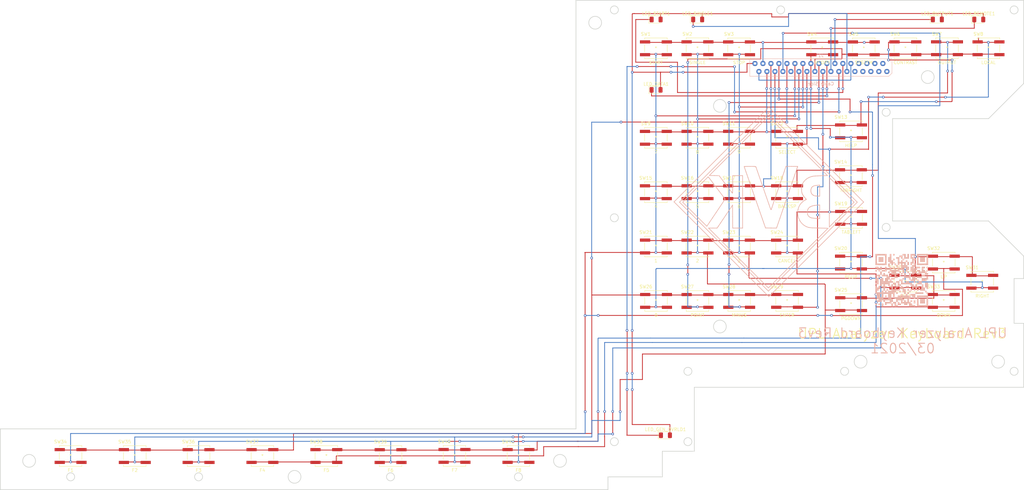
<source format=kicad_pcb>
(kicad_pcb (version 20171130) (host pcbnew "(5.1.9)-1")
  (title_block (title "UPL Keyboard") (date 2021-02-02) (rev 3) (company BVKSound))
  (layers (0 F.Cu signal) (31 B.Cu signal) (34 B.Paste user) (35 F.Paste user) (36 B.SilkS user) (37 F.SilkS user) (38 B.Mask user) (39 F.Mask user) (44 Edge.Cuts user))
  (net 0 "")
  (net 1 NOT_USED_2)
  (net 2 KEY_DET)
  (net 3 LED_SINGLE)
  (net 4 LED_START)
  (net 5 LED_GEN_OVRLD)
  (net 6 LED_OUTPUT)
  (net 7 LED_REMOTE)
  (net 8 LED_DATA)
  (net 9 BTN_COL_8)
  (net 10 BTN_COL_7)
  (net 11 BTN_COL_6)
  (net 12 BTN_COL_5)
  (net 13 BTN_COL_4)
  (net 14 BTN_COL_3)
  (net 15 BTN_COL_2)
  (net 16 BTN_COL_1)
  (net 17 NOT_USED_1)
  (net 18 BTN_ROW_7)
  (net 19 BTN_ROW_6)
  (net 20 BTN_ROW_5)
  (net 21 BTN_ROW_4)
  (net 22 BTN_ROW_3)
  (net 23 BTN_ROW_2)
  (net 24 BTN_ROW_1)
  (net 25 LED_A)
  (module BVKSound:0520443445_Mirrored (layer B.Cu) (at 296.7401 95.357 180)
    (fp_text reference J1 (at 0 3.75) (layer B.SilkS) (effects (justify mirror)))
    (fp_text value Conn_02x13_Odd_Even)
    (fp_text user "Cable Side" (at 0 -5.08) (layer B.SilkS) (effects (justify mirror)))
    (pad 1 thru_hole circle (at 20.625 1.25 180) (size 1.6 1.6) (drill 0.8) (layers *.Cu *.Mask) (net 25 LED_A))
    (pad 2 thru_hole circle (at 19.375 -1.25 180) (size 1.6 1.6) (drill 0.8) (layers *.Cu *.Mask) (net 2 KEY_DET))
    (pad 3 thru_hole circle (at 18.125 1.25 180) (size 1.6 1.6) (drill 0.8) (layers *.Cu *.Mask) (net 24 BTN_ROW_1))
    (pad 4 thru_hole circle (at 16.875 -1.25 180) (size 1.6 1.6) (drill 0.8) (layers *.Cu *.Mask) (net 23 BTN_ROW_2))
    (pad 5 thru_hole circle (at 15.625 1.25 180) (size 1.6 1.6) (drill 0.8) (layers *.Cu *.Mask) (net 22 BTN_ROW_3))
    (pad 6 thru_hole circle (at 14.375 -1.25 180) (size 1.6 1.6) (drill 0.8) (layers *.Cu *.Mask) (net 21 BTN_ROW_4))
    (pad 7 thru_hole circle (at 13.125 1.25 180) (size 1.6 1.6) (drill 0.8) (layers *.Cu *.Mask) (net 20 BTN_ROW_5))
    (pad 8 thru_hole circle (at 11.875 -1.25 180) (size 1.6 1.6) (drill 0.8) (layers *.Cu *.Mask) (net 19 BTN_ROW_6))
    (pad 9 thru_hole circle (at 10.625 1.25 180) (size 1.6 1.6) (drill 0.8) (layers *.Cu *.Mask) (net 18 BTN_ROW_7))
    (pad 10 thru_hole circle (at 9.375 -1.25 180) (size 1.6 1.6) (drill 0.8) (layers *.Cu *.Mask) (net 17 NOT_USED_1))
    (pad 11 thru_hole circle (at 8.125 1.25 180) (size 1.6 1.6) (drill 0.8) (layers *.Cu *.Mask) (net 16 BTN_COL_1))
    (pad 12 thru_hole circle (at 6.875 -1.25 180) (size 1.6 1.6) (drill 0.8) (layers *.Cu *.Mask) (net 15 BTN_COL_2))
    (pad 13 thru_hole circle (at 5.625 1.25 180) (size 1.6 1.6) (drill 0.8) (layers *.Cu *.Mask) (net 14 BTN_COL_3))
    (pad 14 thru_hole circle (at 4.375 -1.25 180) (size 1.6 1.6) (drill 0.8) (layers *.Cu *.Mask) (net 13 BTN_COL_4))
    (pad 15 thru_hole circle (at 3.125 1.25 180) (size 1.6 1.6) (drill 0.8) (layers *.Cu *.Mask) (net 12 BTN_COL_5))
    (pad 16 thru_hole circle (at 1.875 -1.25 180) (size 1.6 1.6) (drill 0.8) (layers *.Cu *.Mask) (net 11 BTN_COL_6))
    (pad 17 thru_hole circle (at 0.625 1.25 180) (size 1.6 1.6) (drill 0.8) (layers *.Cu *.Mask) (net 10 BTN_COL_7))
    (pad 18 thru_hole circle (at -0.625 -1.25 180) (size 1.6 1.6) (drill 0.8) (layers *.Cu *.Mask) (net 9 BTN_COL_8))
    (pad 19 thru_hole circle (at -1.875 1.25 180) (size 1.6 1.6) (drill 0.8) (layers *.Cu *.Mask) (net 8 LED_DATA))
    (pad 20 thru_hole circle (at -3.125 -1.25 180) (size 1.6 1.6) (drill 0.8) (layers *.Cu *.Mask) (net 7 LED_REMOTE))
    (pad 21 thru_hole circle (at -4.375 1.25 180) (size 1.6 1.6) (drill 0.8) (layers *.Cu *.Mask) (net 6 LED_OUTPUT))
    (pad 22 thru_hole circle (at -5.625 -1.25 180) (size 1.6 1.6) (drill 0.8) (layers *.Cu *.Mask) (net 5 LED_GEN_OVRLD))
    (pad 23 thru_hole circle (at -6.875 1.25 180) (size 1.6 1.6) (drill 0.8) (layers *.Cu *.Mask) (net 4 LED_START))
    (pad 24 thru_hole circle (at -8.125 -1.25 180) (size 1.6 1.6) (drill 0.8) (layers *.Cu *.Mask) (net 3 LED_SINGLE))
    (pad 25 thru_hole circle (at -9.375 1.25 180) (size 1.6 1.6) (drill 0.8) (layers *.Cu *.Mask) (net 2 KEY_DET))
    (pad 26 thru_hole circle (at -10.625 -1.25 180) (size 1.6 1.6) (drill 0.8) (layers *.Cu *.Mask) (net 1 NOT_USED_2))
    (pad 27 thru_hole circle (at -11.875 1.25 180) (size 1.6 1.6) (drill 0.8) (layers *.Cu *.Mask))
    (pad 28 thru_hole circle (at -13.125 -1.25 180) (size 1.6 1.6) (drill 0.8) (layers *.Cu *.Mask))
    (pad 29 thru_hole circle (at -14.375 1.25 180) (size 1.6 1.6) (drill 0.8) (layers *.Cu *.Mask))
    (pad 30 thru_hole circle (at -15.625 -1.25 180) (size 1.6 1.6) (drill 0.8) (layers *.Cu *.Mask))
    (pad 31 thru_hole circle (at -16.875 1.25 180) (size 1.6 1.6) (drill 0.8) (layers *.Cu *.Mask))
    (pad 32 thru_hole circle (at -18.125 -1.25 180) (size 1.6 1.6) (drill 0.8) (layers *.Cu *.Mask))
    (pad 33 thru_hole circle (at -19.375 1.25 180) (size 1.6 1.6) (drill 0.8) (layers *.Cu *.Mask))
    (pad 34 thru_hole circle (at -20.625 -1.25 180) (size 1.6 1.6) (drill 0.8) (layers *.Cu *.Mask))
  )
  (module BVKSound:EVQ-Q2B01W (layer F.Cu) (at 202.16 216.82)
    (fp_text reference SW41 (at -3.175 -4.445) (layer F.SilkS))
    (fp_text value F8 (at 0 4.445) (layer F.SilkS))
    (fp_text user * (at 0 0) (layer F.SilkS))
    (pad 1 smd rect (at -3.399998 -2.000001) (size 3.2004 0.9906) (layers F.Cu F.Paste F.Mask) (net 20 BTN_ROW_5))
    (pad 2 smd rect (at -3.399998 2.000001) (size 3.2004 0.9906) (layers F.Cu F.Paste F.Mask) (net 16 BTN_COL_1))
    (pad 2 smd rect (at 3.399998 2.000001) (size 3.2004 0.9906) (layers F.Cu F.Paste F.Mask) (net 16 BTN_COL_1))
    (pad 1 smd rect (at 3.399998 -2.000001) (size 3.2004 0.9906) (layers F.Cu F.Paste F.Mask) (net 20 BTN_ROW_5))
  )
  (module BVKSound:EVQ-Q2B01W (layer F.Cu) (at 182.16 216.8)
    (fp_text reference SW40 (at -3.175 -4.445) (layer F.SilkS))
    (fp_text value F7 (at 0 4.445) (layer F.SilkS))
    (fp_text user * (at 0 0) (layer F.SilkS))
    (pad 1 smd rect (at -3.399998 -2.000001) (size 3.2004 0.9906) (layers F.Cu F.Paste F.Mask) (net 20 BTN_ROW_5))
    (pad 2 smd rect (at -3.399998 2.000001) (size 3.2004 0.9906) (layers F.Cu F.Paste F.Mask) (net 15 BTN_COL_2))
    (pad 2 smd rect (at 3.399998 2.000001) (size 3.2004 0.9906) (layers F.Cu F.Paste F.Mask) (net 15 BTN_COL_2))
    (pad 1 smd rect (at 3.399998 -2.000001) (size 3.2004 0.9906) (layers F.Cu F.Paste F.Mask) (net 20 BTN_ROW_5))
  )
  (module BVKSound:EVQ-Q2B01W (layer F.Cu) (at 162.18 216.86)
    (fp_text reference SW39 (at -3.175 -4.445) (layer F.SilkS))
    (fp_text value F6 (at 0 4.445) (layer F.SilkS))
    (fp_text user * (at 0 0) (layer F.SilkS))
    (pad 1 smd rect (at -3.399998 -2.000001) (size 3.2004 0.9906) (layers F.Cu F.Paste F.Mask) (net 20 BTN_ROW_5))
    (pad 2 smd rect (at -3.399998 2.000001) (size 3.2004 0.9906) (layers F.Cu F.Paste F.Mask) (net 14 BTN_COL_3))
    (pad 2 smd rect (at 3.399998 2.000001) (size 3.2004 0.9906) (layers F.Cu F.Paste F.Mask) (net 14 BTN_COL_3))
    (pad 1 smd rect (at 3.399998 -2.000001) (size 3.2004 0.9906) (layers F.Cu F.Paste F.Mask) (net 20 BTN_ROW_5))
  )
  (module BVKSound:EVQ-Q2B01W (layer F.Cu) (at 142.1 216.84)
    (fp_text reference SW38 (at -3.175 -4.445) (layer F.SilkS))
    (fp_text value F5 (at 0 4.445) (layer F.SilkS))
    (fp_text user * (at 0 0) (layer F.SilkS))
    (pad 1 smd rect (at -3.399998 -2.000001) (size 3.2004 0.9906) (layers F.Cu F.Paste F.Mask) (net 20 BTN_ROW_5))
    (pad 2 smd rect (at -3.399998 2.000001) (size 3.2004 0.9906) (layers F.Cu F.Paste F.Mask) (net 13 BTN_COL_4))
    (pad 2 smd rect (at 3.399998 2.000001) (size 3.2004 0.9906) (layers F.Cu F.Paste F.Mask) (net 13 BTN_COL_4))
    (pad 1 smd rect (at 3.399998 -2.000001) (size 3.2004 0.9906) (layers F.Cu F.Paste F.Mask) (net 20 BTN_ROW_5))
  )
  (module BVKSound:EVQ-Q2B01W (layer F.Cu) (at 122.11 216.84)
    (fp_text reference SW37 (at -3.175 -4.445) (layer F.SilkS))
    (fp_text value F4 (at 0 4.445) (layer F.SilkS))
    (fp_text user * (at 0 0) (layer F.SilkS))
    (pad 1 smd rect (at -3.399998 -2.000001) (size 3.2004 0.9906) (layers F.Cu F.Paste F.Mask) (net 18 BTN_ROW_7))
    (pad 2 smd rect (at -3.399998 2.000001) (size 3.2004 0.9906) (layers F.Cu F.Paste F.Mask) (net 13 BTN_COL_4))
    (pad 2 smd rect (at 3.399998 2.000001) (size 3.2004 0.9906) (layers F.Cu F.Paste F.Mask) (net 13 BTN_COL_4))
    (pad 1 smd rect (at 3.399998 -2.000001) (size 3.2004 0.9906) (layers F.Cu F.Paste F.Mask) (net 18 BTN_ROW_7))
  )
  (module BVKSound:EVQ-Q2B01W (layer F.Cu) (at 102.15 216.85)
    (fp_text reference SW36 (at -3.175 -4.445) (layer F.SilkS))
    (fp_text value F3 (at 0 4.445) (layer F.SilkS))
    (fp_text user * (at 0 0) (layer F.SilkS))
    (pad 1 smd rect (at -3.399998 -2.000001) (size 3.2004 0.9906) (layers F.Cu F.Paste F.Mask) (net 18 BTN_ROW_7))
    (pad 2 smd rect (at -3.399998 2.000001) (size 3.2004 0.9906) (layers F.Cu F.Paste F.Mask) (net 14 BTN_COL_3))
    (pad 2 smd rect (at 3.399998 2.000001) (size 3.2004 0.9906) (layers F.Cu F.Paste F.Mask) (net 14 BTN_COL_3))
    (pad 1 smd rect (at 3.399998 -2.000001) (size 3.2004 0.9906) (layers F.Cu F.Paste F.Mask) (net 18 BTN_ROW_7))
  )
  (module BVKSound:EVQ-Q2B01W (layer F.Cu) (at 82.2 216.85)
    (fp_text reference SW35 (at -3.175 -4.445) (layer F.SilkS))
    (fp_text value F2 (at 0 4.445) (layer F.SilkS))
    (fp_text user * (at 0 0) (layer F.SilkS))
    (pad 1 smd rect (at -3.399998 -2.000001) (size 3.2004 0.9906) (layers F.Cu F.Paste F.Mask) (net 18 BTN_ROW_7))
    (pad 2 smd rect (at -3.399998 2.000001) (size 3.2004 0.9906) (layers F.Cu F.Paste F.Mask) (net 15 BTN_COL_2))
    (pad 2 smd rect (at 3.399998 2.000001) (size 3.2004 0.9906) (layers F.Cu F.Paste F.Mask) (net 15 BTN_COL_2))
    (pad 1 smd rect (at 3.399998 -2.000001) (size 3.2004 0.9906) (layers F.Cu F.Paste F.Mask) (net 18 BTN_ROW_7))
  )
  (module BVKSound:EVQ-Q2B01W (layer F.Cu) (at 62.13 216.83)
    (fp_text reference SW34 (at -3.175 -4.445) (layer F.SilkS))
    (fp_text value F1 (at 0 4.445) (layer F.SilkS))
    (fp_text user * (at 0 0) (layer F.SilkS))
    (pad 1 smd rect (at -3.399998 -2.000001) (size 3.2004 0.9906) (layers F.Cu F.Paste F.Mask) (net 18 BTN_ROW_7))
    (pad 2 smd rect (at -3.399998 2.000001) (size 3.2004 0.9906) (layers F.Cu F.Paste F.Mask) (net 16 BTN_COL_1))
    (pad 2 smd rect (at 3.399998 2.000001) (size 3.2004 0.9906) (layers F.Cu F.Paste F.Mask) (net 16 BTN_COL_1))
    (pad 1 smd rect (at 3.399998 -2.000001) (size 3.2004 0.9906) (layers F.Cu F.Paste F.Mask) (net 18 BTN_ROW_7))
  )
  (module BVKSound:EVQ-Q2B01W (layer F.Cu) (at 335.14 168.34)
    (fp_text reference SW33 (at -3.175 -4.445) (layer F.SilkS))
    (fp_text value DOWN (at 0 4.445) (layer F.SilkS))
    (fp_text user * (at 0 0) (layer F.SilkS))
    (pad 1 smd rect (at -3.399998 -2.000001) (size 3.2004 0.9906) (layers F.Cu F.Paste F.Mask) (net 19 BTN_ROW_6))
    (pad 2 smd rect (at -3.399998 2.000001) (size 3.2004 0.9906) (layers F.Cu F.Paste F.Mask) (net 13 BTN_COL_4))
    (pad 2 smd rect (at 3.399998 2.000001) (size 3.2004 0.9906) (layers F.Cu F.Paste F.Mask) (net 13 BTN_COL_4))
    (pad 1 smd rect (at 3.399998 -2.000001) (size 3.2004 0.9906) (layers F.Cu F.Paste F.Mask) (net 19 BTN_ROW_6))
  )
  (module BVKSound:EVQ-Q2B01W (layer F.Cu) (at 335.16 156.36)
    (fp_text reference SW32 (at -3.175 -4.445) (layer F.SilkS))
    (fp_text value UP (at 0 4.445) (layer F.SilkS))
    (fp_text user * (at 0 0) (layer F.SilkS))
    (pad 1 smd rect (at -3.399998 -2.000001) (size 3.2004 0.9906) (layers F.Cu F.Paste F.Mask) (net 19 BTN_ROW_6))
    (pad 2 smd rect (at -3.399998 2.000001) (size 3.2004 0.9906) (layers F.Cu F.Paste F.Mask) (net 16 BTN_COL_1))
    (pad 2 smd rect (at 3.399998 2.000001) (size 3.2004 0.9906) (layers F.Cu F.Paste F.Mask) (net 16 BTN_COL_1))
    (pad 1 smd rect (at 3.399998 -2.000001) (size 3.2004 0.9906) (layers F.Cu F.Paste F.Mask) (net 19 BTN_ROW_6))
  )
  (module BVKSound:EVQ-Q2B01W (layer F.Cu) (at 347.19 162.35)
    (fp_text reference SW31 (at -3.175 -4.445) (layer F.SilkS))
    (fp_text value RIGHT (at 0 4.445) (layer F.SilkS))
    (fp_text user * (at 0 0) (layer F.SilkS))
    (pad 1 smd rect (at -3.399998 -2.000001) (size 3.2004 0.9906) (layers F.Cu F.Paste F.Mask) (net 19 BTN_ROW_6))
    (pad 2 smd rect (at -3.399998 2.000001) (size 3.2004 0.9906) (layers F.Cu F.Paste F.Mask) (net 12 BTN_COL_5))
    (pad 2 smd rect (at 3.399998 2.000001) (size 3.2004 0.9906) (layers F.Cu F.Paste F.Mask) (net 12 BTN_COL_5))
    (pad 1 smd rect (at 3.399998 -2.000001) (size 3.2004 0.9906) (layers F.Cu F.Paste F.Mask) (net 19 BTN_ROW_6))
  )
  (module BVKSound:EVQ-Q2B01W (layer F.Cu) (at 323.15 162.32)
    (fp_text reference SW30 (at -3.175 -4.445) (layer F.SilkS))
    (fp_text value LEFT (at 0 4.445) (layer F.SilkS))
    (fp_text user * (at 0 0) (layer F.SilkS))
    (pad 1 smd rect (at -3.399998 -2.000001) (size 3.2004 0.9906) (layers F.Cu F.Paste F.Mask) (net 19 BTN_ROW_6))
    (pad 2 smd rect (at -3.399998 2.000001) (size 3.2004 0.9906) (layers F.Cu F.Paste F.Mask) (net 14 BTN_COL_3))
    (pad 2 smd rect (at 3.399998 2.000001) (size 3.2004 0.9906) (layers F.Cu F.Paste F.Mask) (net 14 BTN_COL_3))
    (pad 1 smd rect (at 3.399998 -2.000001) (size 3.2004 0.9906) (layers F.Cu F.Paste F.Mask) (net 19 BTN_ROW_6))
  )
  (module BVKSound:EVQ-Q2B01W (layer F.Cu) (at 286.17 168.33)
    (fp_text reference SW29 (at -3.175 -4.445) (layer F.SilkS))
    (fp_text value ENTER (at 0 4.445) (layer F.SilkS))
    (fp_text user * (at 0 0) (layer F.SilkS))
    (pad 1 smd rect (at -3.399998 -2.000001) (size 3.2004 0.9906) (layers F.Cu F.Paste F.Mask) (net 18 BTN_ROW_7))
    (pad 2 smd rect (at -3.399998 2.000001) (size 3.2004 0.9906) (layers F.Cu F.Paste F.Mask) (net 9 BTN_COL_8))
    (pad 2 smd rect (at 3.399998 2.000001) (size 3.2004 0.9906) (layers F.Cu F.Paste F.Mask) (net 9 BTN_COL_8))
    (pad 1 smd rect (at 3.399998 -2.000001) (size 3.2004 0.9906) (layers F.Cu F.Paste F.Mask) (net 18 BTN_ROW_7))
  )
  (module BVKSound:EVQ-Q2B01W (layer F.Cu) (at 271.18 168.34)
    (fp_text reference SW28 (at -3.175 -4.445) (layer F.SilkS))
    (fp_text value MINUS (at 0 4.445) (layer F.SilkS))
    (fp_text user * (at 0 0) (layer F.SilkS))
    (pad 1 smd rect (at -3.399998 -2.000001) (size 3.2004 0.9906) (layers F.Cu F.Paste F.Mask) (net 18 BTN_ROW_7))
    (pad 2 smd rect (at -3.399998 2.000001) (size 3.2004 0.9906) (layers F.Cu F.Paste F.Mask) (net 10 BTN_COL_7))
    (pad 2 smd rect (at 3.399998 2.000001) (size 3.2004 0.9906) (layers F.Cu F.Paste F.Mask) (net 10 BTN_COL_7))
    (pad 1 smd rect (at 3.399998 -2.000001) (size 3.2004 0.9906) (layers F.Cu F.Paste F.Mask) (net 18 BTN_ROW_7))
  )
  (module BVKSound:EVQ-Q2B01W (layer F.Cu) (at 258.15 168.35)
    (fp_text reference SW27 (at -3.175 -4.445) (layer F.SilkS))
    (fp_text value POINT (at 0 4.445) (layer F.SilkS))
    (fp_text user * (at 0 0) (layer F.SilkS))
    (pad 1 smd rect (at -3.399998 -2.000001) (size 3.2004 0.9906) (layers F.Cu F.Paste F.Mask) (net 18 BTN_ROW_7))
    (pad 2 smd rect (at -3.399998 2.000001) (size 3.2004 0.9906) (layers F.Cu F.Paste F.Mask) (net 11 BTN_COL_6))
    (pad 2 smd rect (at 3.399998 2.000001) (size 3.2004 0.9906) (layers F.Cu F.Paste F.Mask) (net 11 BTN_COL_6))
    (pad 1 smd rect (at 3.399998 -2.000001) (size 3.2004 0.9906) (layers F.Cu F.Paste F.Mask) (net 18 BTN_ROW_7))
  )
  (module BVKSound:EVQ-Q2B01W (layer F.Cu) (at 245.19 168.34)
    (fp_text reference SW26 (at -3.175 -4.445) (layer F.SilkS))
    (fp_text value 0 (at 0 4.445) (layer F.SilkS))
    (fp_text user * (at 0 0) (layer F.SilkS))
    (pad 1 smd rect (at -3.399998 -2.000001) (size 3.2004 0.9906) (layers F.Cu F.Paste F.Mask) (net 18 BTN_ROW_7))
    (pad 2 smd rect (at -3.399998 2.000001) (size 3.2004 0.9906) (layers F.Cu F.Paste F.Mask) (net 12 BTN_COL_5))
    (pad 2 smd rect (at 3.399998 2.000001) (size 3.2004 0.9906) (layers F.Cu F.Paste F.Mask) (net 12 BTN_COL_5))
    (pad 1 smd rect (at 3.399998 -2.000001) (size 3.2004 0.9906) (layers F.Cu F.Paste F.Mask) (net 18 BTN_ROW_7))
  )
  (module BVKSound:EVQ-Q2B01W (layer F.Cu) (at 306.18 169.35)
    (fp_text reference SW25 (at -3.175 -4.445) (layer F.SilkS))
    (fp_text value PGDOWN (at 0 4.445) (layer F.SilkS))
    (fp_text user * (at 0 0) (layer F.SilkS))
    (pad 1 smd rect (at -3.399998 -2.000001) (size 3.2004 0.9906) (layers F.Cu F.Paste F.Mask) (net 19 BTN_ROW_6))
    (pad 2 smd rect (at -3.399998 2.000001) (size 3.2004 0.9906) (layers F.Cu F.Paste F.Mask) (net 15 BTN_COL_2))
    (pad 2 smd rect (at 3.399998 2.000001) (size 3.2004 0.9906) (layers F.Cu F.Paste F.Mask) (net 15 BTN_COL_2))
    (pad 1 smd rect (at 3.399998 -2.000001) (size 3.2004 0.9906) (layers F.Cu F.Paste F.Mask) (net 19 BTN_ROW_6))
  )
  (module BVKSound:EVQ-Q2B01W (layer F.Cu) (at 286.15 151.35)
    (fp_text reference SW24 (at -3.175 -4.445) (layer F.SilkS))
    (fp_text value CANCEL (at 0 4.445) (layer F.SilkS))
    (fp_text user * (at 0 0) (layer F.SilkS))
    (pad 1 smd rect (at -3.399998 -2.000001) (size 3.2004 0.9906) (layers F.Cu F.Paste F.Mask) (net 21 BTN_ROW_4))
    (pad 2 smd rect (at -3.399998 2.000001) (size 3.2004 0.9906) (layers F.Cu F.Paste F.Mask) (net 13 BTN_COL_4))
    (pad 2 smd rect (at 3.399998 2.000001) (size 3.2004 0.9906) (layers F.Cu F.Paste F.Mask) (net 13 BTN_COL_4))
    (pad 1 smd rect (at 3.399998 -2.000001) (size 3.2004 0.9906) (layers F.Cu F.Paste F.Mask) (net 21 BTN_ROW_4))
  )
  (module BVKSound:EVQ-Q2B01W (layer F.Cu) (at 271.14 151.34)
    (fp_text reference SW23 (at -3.175 -4.445) (layer F.SilkS))
    (fp_text value 3 (at 0 4.445) (layer F.SilkS))
    (fp_text user * (at 0 0) (layer F.SilkS))
    (pad 1 smd rect (at -3.399998 -2.000001) (size 3.2004 0.9906) (layers F.Cu F.Paste F.Mask) (net 21 BTN_ROW_4))
    (pad 2 smd rect (at -3.399998 2.000001) (size 3.2004 0.9906) (layers F.Cu F.Paste F.Mask) (net 14 BTN_COL_3))
    (pad 2 smd rect (at 3.399998 2.000001) (size 3.2004 0.9906) (layers F.Cu F.Paste F.Mask) (net 14 BTN_COL_3))
    (pad 1 smd rect (at 3.399998 -2.000001) (size 3.2004 0.9906) (layers F.Cu F.Paste F.Mask) (net 21 BTN_ROW_4))
  )
  (module BVKSound:EVQ-Q2B01W (layer F.Cu) (at 258.15 151.34)
    (fp_text reference SW22 (at -3.175 -4.445) (layer F.SilkS))
    (fp_text value 2 (at 0 4.445) (layer F.SilkS))
    (fp_text user * (at 0 0) (layer F.SilkS))
    (pad 1 smd rect (at -3.399998 -2.000001) (size 3.2004 0.9906) (layers F.Cu F.Paste F.Mask) (net 21 BTN_ROW_4))
    (pad 2 smd rect (at -3.399998 2.000001) (size 3.2004 0.9906) (layers F.Cu F.Paste F.Mask) (net 15 BTN_COL_2))
    (pad 2 smd rect (at 3.399998 2.000001) (size 3.2004 0.9906) (layers F.Cu F.Paste F.Mask) (net 15 BTN_COL_2))
    (pad 1 smd rect (at 3.399998 -2.000001) (size 3.2004 0.9906) (layers F.Cu F.Paste F.Mask) (net 21 BTN_ROW_4))
  )
  (module BVKSound:EVQ-Q2B01W (layer F.Cu) (at 245.15 151.33)
    (fp_text reference SW21 (at -3.175 -4.445) (layer F.SilkS))
    (fp_text value 1 (at 0 4.445) (layer F.SilkS))
    (fp_text user * (at 0 0) (layer F.SilkS))
    (pad 1 smd rect (at -3.399998 -2.000001) (size 3.2004 0.9906) (layers F.Cu F.Paste F.Mask) (net 21 BTN_ROW_4))
    (pad 2 smd rect (at -3.399998 2.000001) (size 3.2004 0.9906) (layers F.Cu F.Paste F.Mask) (net 16 BTN_COL_1))
    (pad 2 smd rect (at 3.399998 2.000001) (size 3.2004 0.9906) (layers F.Cu F.Paste F.Mask) (net 16 BTN_COL_1))
    (pad 1 smd rect (at 3.399998 -2.000001) (size 3.2004 0.9906) (layers F.Cu F.Paste F.Mask) (net 21 BTN_ROW_4))
  )
  (module BVKSound:EVQ-Q2B01W (layer F.Cu) (at 306.14 156.35)
    (fp_text reference SW20 (at -3.175 -4.445) (layer F.SilkS))
    (fp_text value PGUP (at 0 4.445) (layer F.SilkS))
    (fp_text user * (at 0 0) (layer F.SilkS))
    (pad 1 smd rect (at -3.399998 -2.000001) (size 3.2004 0.9906) (layers F.Cu F.Paste F.Mask) (net 20 BTN_ROW_5))
    (pad 2 smd rect (at -3.399998 2.000001) (size 3.2004 0.9906) (layers F.Cu F.Paste F.Mask) (net 12 BTN_COL_5))
    (pad 2 smd rect (at 3.399998 2.000001) (size 3.2004 0.9906) (layers F.Cu F.Paste F.Mask) (net 12 BTN_COL_5))
    (pad 1 smd rect (at 3.399998 -2.000001) (size 3.2004 0.9906) (layers F.Cu F.Paste F.Mask) (net 20 BTN_ROW_5))
  )
  (module BVKSound:EVQ-Q2B01W (layer F.Cu) (at 306.18 142.37)
    (fp_text reference SW19 (at -3.175 -4.445) (layer F.SilkS))
    (fp_text value TABLEFT (at 0 4.445) (layer F.SilkS))
    (fp_text user * (at 0 0) (layer F.SilkS))
    (pad 1 smd rect (at -3.399998 -2.000001) (size 3.2004 0.9906) (layers F.Cu F.Paste F.Mask) (net 21 BTN_ROW_4))
    (pad 2 smd rect (at -3.399998 2.000001) (size 3.2004 0.9906) (layers F.Cu F.Paste F.Mask) (net 12 BTN_COL_5))
    (pad 2 smd rect (at 3.399998 2.000001) (size 3.2004 0.9906) (layers F.Cu F.Paste F.Mask) (net 12 BTN_COL_5))
    (pad 1 smd rect (at 3.399998 -2.000001) (size 3.2004 0.9906) (layers F.Cu F.Paste F.Mask) (net 21 BTN_ROW_4))
  )
  (module BVKSound:EVQ-Q2B01W (layer F.Cu) (at 286.16 134.34)
    (fp_text reference SW18 (at -3.175 -4.445) (layer F.SilkS))
    (fp_text value BACKSP (at 0 4.445) (layer F.SilkS))
    (fp_text user * (at 0 0) (layer F.SilkS))
    (pad 1 smd rect (at -3.399998 -2.000001) (size 3.2004 0.9906) (layers F.Cu F.Paste F.Mask) (net 22 BTN_ROW_3))
    (pad 2 smd rect (at -3.399998 2.000001) (size 3.2004 0.9906) (layers F.Cu F.Paste F.Mask) (net 13 BTN_COL_4))
    (pad 2 smd rect (at 3.399998 2.000001) (size 3.2004 0.9906) (layers F.Cu F.Paste F.Mask) (net 13 BTN_COL_4))
    (pad 1 smd rect (at 3.399998 -2.000001) (size 3.2004 0.9906) (layers F.Cu F.Paste F.Mask) (net 22 BTN_ROW_3))
  )
  (module BVKSound:EVQ-Q2B01W (layer F.Cu) (at 271.16 134.35)
    (fp_text reference SW17 (at -3.175 -4.445) (layer F.SilkS))
    (fp_text value 6 (at 0 4.445) (layer F.SilkS))
    (fp_text user * (at 0 0) (layer F.SilkS))
    (pad 1 smd rect (at -3.399998 -2.000001) (size 3.2004 0.9906) (layers F.Cu F.Paste F.Mask) (net 22 BTN_ROW_3))
    (pad 2 smd rect (at -3.399998 2.000001) (size 3.2004 0.9906) (layers F.Cu F.Paste F.Mask) (net 14 BTN_COL_3))
    (pad 2 smd rect (at 3.399998 2.000001) (size 3.2004 0.9906) (layers F.Cu F.Paste F.Mask) (net 14 BTN_COL_3))
    (pad 1 smd rect (at 3.399998 -2.000001) (size 3.2004 0.9906) (layers F.Cu F.Paste F.Mask) (net 22 BTN_ROW_3))
  )
  (module BVKSound:EVQ-Q2B01W (layer F.Cu) (at 258.16 134.34)
    (fp_text reference SW16 (at -3.175 -4.445) (layer F.SilkS))
    (fp_text value 5 (at 0 4.445) (layer F.SilkS))
    (fp_text user * (at 0 0) (layer F.SilkS))
    (pad 1 smd rect (at -3.399998 -2.000001) (size 3.2004 0.9906) (layers F.Cu F.Paste F.Mask) (net 22 BTN_ROW_3))
    (pad 2 smd rect (at -3.399998 2.000001) (size 3.2004 0.9906) (layers F.Cu F.Paste F.Mask) (net 15 BTN_COL_2))
    (pad 2 smd rect (at 3.399998 2.000001) (size 3.2004 0.9906) (layers F.Cu F.Paste F.Mask) (net 15 BTN_COL_2))
    (pad 1 smd rect (at 3.399998 -2.000001) (size 3.2004 0.9906) (layers F.Cu F.Paste F.Mask) (net 22 BTN_ROW_3))
  )
  (module BVKSound:EVQ-Q2B01W (layer F.Cu) (at 245.13 134.35)
    (fp_text reference SW15 (at -3.175 -4.445) (layer F.SilkS))
    (fp_text value 4 (at 0 4.445) (layer F.SilkS))
    (fp_text user * (at 0 0) (layer F.SilkS))
    (pad 1 smd rect (at -3.399998 -2.000001) (size 3.2004 0.9906) (layers F.Cu F.Paste F.Mask) (net 22 BTN_ROW_3))
    (pad 2 smd rect (at -3.399998 2.000001) (size 3.2004 0.9906) (layers F.Cu F.Paste F.Mask) (net 16 BTN_COL_1))
    (pad 2 smd rect (at 3.399998 2.000001) (size 3.2004 0.9906) (layers F.Cu F.Paste F.Mask) (net 16 BTN_COL_1))
    (pad 1 smd rect (at 3.399998 -2.000001) (size 3.2004 0.9906) (layers F.Cu F.Paste F.Mask) (net 22 BTN_ROW_3))
  )
  (module BVKSound:EVQ-Q2B01W (layer F.Cu) (at 306.11 129.33)
    (fp_text reference SW14 (at -3.175 -4.445) (layer F.SilkS))
    (fp_text value TABRIGHT (at 0 4.445) (layer F.SilkS))
    (fp_text user * (at 0 0) (layer F.SilkS))
    (pad 1 smd rect (at -3.399998 -2.000001) (size 3.2004 0.9906) (layers F.Cu F.Paste F.Mask) (net 22 BTN_ROW_3))
    (pad 2 smd rect (at -3.399998 2.000001) (size 3.2004 0.9906) (layers F.Cu F.Paste F.Mask) (net 12 BTN_COL_5))
    (pad 2 smd rect (at 3.399998 2.000001) (size 3.2004 0.9906) (layers F.Cu F.Paste F.Mask) (net 12 BTN_COL_5))
    (pad 1 smd rect (at 3.399998 -2.000001) (size 3.2004 0.9906) (layers F.Cu F.Paste F.Mask) (net 22 BTN_ROW_3))
  )
  (module BVKSound:EVQ-Q2B01W (layer F.Cu) (at 306.16 115.32)
    (fp_text reference SW13 (at -3.175 -4.445) (layer F.SilkS))
    (fp_text value HELP (at 0 4.445) (layer F.SilkS))
    (fp_text user * (at 0 0) (layer F.SilkS))
    (pad 1 smd rect (at -3.399998 -2.000001) (size 3.2004 0.9906) (layers F.Cu F.Paste F.Mask) (net 23 BTN_ROW_2))
    (pad 2 smd rect (at -3.399998 2.000001) (size 3.2004 0.9906) (layers F.Cu F.Paste F.Mask) (net 12 BTN_COL_5))
    (pad 2 smd rect (at 3.399998 2.000001) (size 3.2004 0.9906) (layers F.Cu F.Paste F.Mask) (net 12 BTN_COL_5))
    (pad 1 smd rect (at 3.399998 -2.000001) (size 3.2004 0.9906) (layers F.Cu F.Paste F.Mask) (net 23 BTN_ROW_2))
  )
  (module BVKSound:EVQ-Q2B01W (layer F.Cu) (at 286.16 117.34)
    (fp_text reference SW12 (at -3.175 -4.445) (layer F.SilkS))
    (fp_text value SELECT (at 0 4.445) (layer F.SilkS))
    (fp_text user * (at 0 0) (layer F.SilkS))
    (pad 1 smd rect (at -3.399998 -2.000001) (size 3.2004 0.9906) (layers F.Cu F.Paste F.Mask) (net 23 BTN_ROW_2))
    (pad 2 smd rect (at -3.399998 2.000001) (size 3.2004 0.9906) (layers F.Cu F.Paste F.Mask) (net 13 BTN_COL_4))
    (pad 2 smd rect (at 3.399998 2.000001) (size 3.2004 0.9906) (layers F.Cu F.Paste F.Mask) (net 13 BTN_COL_4))
    (pad 1 smd rect (at 3.399998 -2.000001) (size 3.2004 0.9906) (layers F.Cu F.Paste F.Mask) (net 23 BTN_ROW_2))
  )
  (module BVKSound:EVQ-Q2B01W (layer F.Cu) (at 271.14 117.32)
    (fp_text reference SW11 (at -3.175 -4.445) (layer F.SilkS))
    (fp_text value 9 (at 0 4.445) (layer F.SilkS))
    (fp_text user * (at 0 0) (layer F.SilkS))
    (pad 1 smd rect (at -3.399998 -2.000001) (size 3.2004 0.9906) (layers F.Cu F.Paste F.Mask) (net 23 BTN_ROW_2))
    (pad 2 smd rect (at -3.399998 2.000001) (size 3.2004 0.9906) (layers F.Cu F.Paste F.Mask) (net 14 BTN_COL_3))
    (pad 2 smd rect (at 3.399998 2.000001) (size 3.2004 0.9906) (layers F.Cu F.Paste F.Mask) (net 14 BTN_COL_3))
    (pad 1 smd rect (at 3.399998 -2.000001) (size 3.2004 0.9906) (layers F.Cu F.Paste F.Mask) (net 23 BTN_ROW_2))
  )
  (module BVKSound:EVQ-Q2B01W (layer F.Cu) (at 258.14 117.33)
    (fp_text reference SW10 (at -3.175 -4.445) (layer F.SilkS))
    (fp_text value 8 (at 0 4.445) (layer F.SilkS))
    (fp_text user * (at 0 0) (layer F.SilkS))
    (pad 1 smd rect (at -3.399998 -2.000001) (size 3.2004 0.9906) (layers F.Cu F.Paste F.Mask) (net 23 BTN_ROW_2))
    (pad 2 smd rect (at -3.399998 2.000001) (size 3.2004 0.9906) (layers F.Cu F.Paste F.Mask) (net 15 BTN_COL_2))
    (pad 2 smd rect (at 3.399998 2.000001) (size 3.2004 0.9906) (layers F.Cu F.Paste F.Mask) (net 15 BTN_COL_2))
    (pad 1 smd rect (at 3.399998 -2.000001) (size 3.2004 0.9906) (layers F.Cu F.Paste F.Mask) (net 23 BTN_ROW_2))
  )
  (module BVKSound:EVQ-Q2B01W (layer F.Cu) (at 245.13 117.34)
    (fp_text reference SW9 (at -3.175 -4.445) (layer F.SilkS))
    (fp_text value 7 (at 0 4.445) (layer F.SilkS))
    (fp_text user * (at 0 0) (layer F.SilkS))
    (pad 1 smd rect (at -3.399998 -2.000001) (size 3.2004 0.9906) (layers F.Cu F.Paste F.Mask) (net 23 BTN_ROW_2))
    (pad 2 smd rect (at -3.399998 2.000001) (size 3.2004 0.9906) (layers F.Cu F.Paste F.Mask) (net 16 BTN_COL_1))
    (pad 2 smd rect (at 3.399998 2.000001) (size 3.2004 0.9906) (layers F.Cu F.Paste F.Mask) (net 16 BTN_COL_1))
    (pad 1 smd rect (at 3.399998 -2.000001) (size 3.2004 0.9906) (layers F.Cu F.Paste F.Mask) (net 23 BTN_ROW_2))
  )
  (module BVKSound:EVQ-Q2B01W (layer F.Cu) (at 349.14 89.34)
    (fp_text reference SW8 (at -3.175 -4.445) (layer F.SilkS))
    (fp_text value LOCAL (at 0 4.445) (layer F.SilkS))
    (fp_text user * (at 0 0) (layer F.SilkS))
    (pad 1 smd rect (at -3.399998 -2.000001) (size 3.2004 0.9906) (layers F.Cu F.Paste F.Mask) (net 21 BTN_ROW_4))
    (pad 2 smd rect (at -3.399998 2.000001) (size 3.2004 0.9906) (layers F.Cu F.Paste F.Mask) (net 11 BTN_COL_6))
    (pad 2 smd rect (at 3.399998 2.000001) (size 3.2004 0.9906) (layers F.Cu F.Paste F.Mask) (net 11 BTN_COL_6))
    (pad 1 smd rect (at 3.399998 -2.000001) (size 3.2004 0.9906) (layers F.Cu F.Paste F.Mask) (net 21 BTN_ROW_4))
  )
  (module BVKSound:EVQ-Q2B01W (layer F.Cu) (at 336.17 89.33)
    (fp_text reference SW7 (at -3.175 -4.445) (layer F.SilkS))
    (fp_text value OUTPUT (at 0 4.445) (layer F.SilkS))
    (fp_text user * (at 0 0) (layer F.SilkS))
    (pad 1 smd rect (at -3.399998 -2.000001) (size 3.2004 0.9906) (layers F.Cu F.Paste F.Mask) (net 22 BTN_ROW_3))
    (pad 2 smd rect (at -3.399998 2.000001) (size 3.2004 0.9906) (layers F.Cu F.Paste F.Mask) (net 11 BTN_COL_6))
    (pad 2 smd rect (at 3.399998 2.000001) (size 3.2004 0.9906) (layers F.Cu F.Paste F.Mask) (net 11 BTN_COL_6))
    (pad 1 smd rect (at 3.399998 -2.000001) (size 3.2004 0.9906) (layers F.Cu F.Paste F.Mask) (net 22 BTN_ROW_3))
  )
  (module BVKSound:EVQ-Q2B01W (layer F.Cu) (at 323.15 89.34)
    (fp_text reference SW6 (at -3.175 -4.445) (layer F.SilkS))
    (fp_text value CONTRAST (at 0 4.445) (layer F.SilkS))
    (fp_text user * (at 0 0) (layer F.SilkS))
    (pad 1 smd rect (at -3.399998 -2.000001) (size 3.2004 0.9906) (layers F.Cu F.Paste F.Mask) (net 23 BTN_ROW_2))
    (pad 2 smd rect (at -3.399998 2.000001) (size 3.2004 0.9906) (layers F.Cu F.Paste F.Mask) (net 11 BTN_COL_6))
    (pad 2 smd rect (at 3.399998 2.000001) (size 3.2004 0.9906) (layers F.Cu F.Paste F.Mask) (net 11 BTN_COL_6))
    (pad 1 smd rect (at 3.399998 -2.000001) (size 3.2004 0.9906) (layers F.Cu F.Paste F.Mask) (net 23 BTN_ROW_2))
  )
  (module BVKSound:EVQ-Q2B01W (layer F.Cu) (at 310.14 89.36)
    (fp_text reference SW5 (at -3.175 -4.445) (layer F.SilkS))
    (fp_text value SYSTEM (at 0 4.445) (layer F.SilkS))
    (fp_text user * (at 0 0) (layer F.SilkS))
    (pad 1 smd rect (at -3.399998 -2.000001) (size 3.2004 0.9906) (layers F.Cu F.Paste F.Mask) (net 24 BTN_ROW_1))
    (pad 2 smd rect (at -3.399998 2.000001) (size 3.2004 0.9906) (layers F.Cu F.Paste F.Mask) (net 11 BTN_COL_6))
    (pad 2 smd rect (at 3.399998 2.000001) (size 3.2004 0.9906) (layers F.Cu F.Paste F.Mask) (net 11 BTN_COL_6))
    (pad 1 smd rect (at 3.399998 -2.000001) (size 3.2004 0.9906) (layers F.Cu F.Paste F.Mask) (net 24 BTN_ROW_1))
  )
  (module BVKSound:EVQ-Q2B01W (layer F.Cu) (at 297.15 89.35)
    (fp_text reference SW4 (at -3.175 -4.445) (layer F.SilkS))
    (fp_text value HCOPY (at 0 4.445) (layer F.SilkS))
    (fp_text user * (at 0 0) (layer F.SilkS))
    (pad 1 smd rect (at -3.399998 -2.000001) (size 3.2004 0.9906) (layers F.Cu F.Paste F.Mask) (net 24 BTN_ROW_1))
    (pad 2 smd rect (at -3.399998 2.000001) (size 3.2004 0.9906) (layers F.Cu F.Paste F.Mask) (net 12 BTN_COL_5))
    (pad 2 smd rect (at 3.399998 2.000001) (size 3.2004 0.9906) (layers F.Cu F.Paste F.Mask) (net 12 BTN_COL_5))
    (pad 1 smd rect (at 3.399998 -2.000001) (size 3.2004 0.9906) (layers F.Cu F.Paste F.Mask) (net 24 BTN_ROW_1))
  )
  (module BVKSound:EVQ-Q2B01W (layer F.Cu) (at 271.15 89.36)
    (fp_text reference SW3 (at -3.175 -4.445) (layer F.SilkS))
    (fp_text value STOP (at 0 4.445) (layer F.SilkS))
    (fp_text user * (at 0 0) (layer F.SilkS))
    (pad 1 smd rect (at -3.399998 -2.000001) (size 3.2004 0.9906) (layers F.Cu F.Paste F.Mask) (net 24 BTN_ROW_1))
    (pad 2 smd rect (at -3.399998 2.000001) (size 3.2004 0.9906) (layers F.Cu F.Paste F.Mask) (net 14 BTN_COL_3))
    (pad 2 smd rect (at 3.399998 2.000001) (size 3.2004 0.9906) (layers F.Cu F.Paste F.Mask) (net 14 BTN_COL_3))
    (pad 1 smd rect (at 3.399998 -2.000001) (size 3.2004 0.9906) (layers F.Cu F.Paste F.Mask) (net 24 BTN_ROW_1))
  )
  (module BVKSound:EVQ-Q2B01W (layer F.Cu) (at 258.14 89.33)
    (fp_text reference SW2 (at -3.175 -4.445) (layer F.SilkS))
    (fp_text value SINGLE (at 0 4.445) (layer F.SilkS))
    (fp_text user * (at 0 0) (layer F.SilkS))
    (pad 1 smd rect (at -3.399998 -2.000001) (size 3.2004 0.9906) (layers F.Cu F.Paste F.Mask) (net 24 BTN_ROW_1))
    (pad 2 smd rect (at -3.399998 2.000001) (size 3.2004 0.9906) (layers F.Cu F.Paste F.Mask) (net 15 BTN_COL_2))
    (pad 2 smd rect (at 3.399998 2.000001) (size 3.2004 0.9906) (layers F.Cu F.Paste F.Mask) (net 15 BTN_COL_2))
    (pad 1 smd rect (at 3.399998 -2.000001) (size 3.2004 0.9906) (layers F.Cu F.Paste F.Mask) (net 24 BTN_ROW_1))
  )
  (module BVKSound:EVQ-Q2B01W (layer F.Cu) (at 245.15 89.35)
    (fp_text reference SW1 (at -3.175 -4.445) (layer F.SilkS))
    (fp_text value START (at 0 4.445) (layer F.SilkS))
    (fp_text user * (at 0 0) (layer F.SilkS))
    (pad 1 smd rect (at -3.399998 -2.000001) (size 3.2004 0.9906) (layers F.Cu F.Paste F.Mask) (net 24 BTN_ROW_1))
    (pad 2 smd rect (at -3.399998 2.000001) (size 3.2004 0.9906) (layers F.Cu F.Paste F.Mask) (net 16 BTN_COL_1))
    (pad 2 smd rect (at 3.399998 2.000001) (size 3.2004 0.9906) (layers F.Cu F.Paste F.Mask) (net 16 BTN_COL_1))
    (pad 1 smd rect (at 3.399998 -2.000001) (size 3.2004 0.9906) (layers F.Cu F.Paste F.Mask) (net 24 BTN_ROW_1))
  )
  (module LED_SMD:LED_1206_3216Metric (layer F.Cu) (at 245.21 80.35)
    (fp_text reference LED_START1 (at 0 -1.82) (layer F.SilkS))
    (fp_text value LED)
    (pad 2 smd roundrect (at 1.4 0) (size 1.25 1.75) (layers F.Cu F.Paste F.Mask) (roundrect_rratio 0.2) (net 25 LED_A))
    (pad 1 smd roundrect (at -1.4 0) (size 1.25 1.75) (layers F.Cu F.Paste F.Mask) (roundrect_rratio 0.2) (net 4 LED_START))
  )
  (module LED_SMD:LED_1206_3216Metric (layer F.Cu) (at 258.2 80.34)
    (fp_text reference LED_SINGLE1 (at 0 -1.82) (layer F.SilkS))
    (fp_text value LED)
    (pad 2 smd roundrect (at 1.4 0) (size 1.25 1.75) (layers F.Cu F.Paste F.Mask) (roundrect_rratio 0.2) (net 25 LED_A))
    (pad 1 smd roundrect (at -1.4 0) (size 1.25 1.75) (layers F.Cu F.Paste F.Mask) (roundrect_rratio 0.2) (net 3 LED_SINGLE))
  )
  (module LED_SMD:LED_1206_3216Metric (layer F.Cu) (at 346.1 80.35)
    (fp_text reference LED_REMOTE1 (at 0 -1.82) (layer F.SilkS))
    (fp_text value LED)
    (pad 2 smd roundrect (at 1.4 0) (size 1.25 1.75) (layers F.Cu F.Paste F.Mask) (roundrect_rratio 0.2) (net 25 LED_A))
    (pad 1 smd roundrect (at -1.4 0) (size 1.25 1.75) (layers F.Cu F.Paste F.Mask) (roundrect_rratio 0.2) (net 7 LED_REMOTE))
  )
  (module LED_SMD:LED_1206_3216Metric (layer F.Cu) (at 333.15 80.34)
    (fp_text reference LED_OUTPUT1 (at 0 -1.82) (layer F.SilkS))
    (fp_text value LED)
    (pad 2 smd roundrect (at 1.4 0) (size 1.25 1.75) (layers F.Cu F.Paste F.Mask) (roundrect_rratio 0.2) (net 25 LED_A))
    (pad 1 smd roundrect (at -1.4 0) (size 1.25 1.75) (layers F.Cu F.Paste F.Mask) (roundrect_rratio 0.2) (net 6 LED_OUTPUT))
  )
  (module LED_SMD:LED_1206_3216Metric (layer F.Cu) (at 248.12 210.35)
    (fp_text reference LED_GEN_OVRLD1 (at 0 -1.82) (layer F.SilkS))
    (fp_text value LED)
    (pad 2 smd roundrect (at 1.4 0) (size 1.25 1.75) (layers F.Cu F.Paste F.Mask) (roundrect_rratio 0.2) (net 25 LED_A))
    (pad 1 smd roundrect (at -1.4 0) (size 1.25 1.75) (layers F.Cu F.Paste F.Mask) (roundrect_rratio 0.2) (net 5 LED_GEN_OVRLD))
  )
  (module LED_SMD:LED_1206_3216Metric (layer F.Cu) (at 245.19 102.35)
    (fp_text reference LED_DATA1 (at 0 -1.82) (layer F.SilkS))
    (fp_text value LED)
    (pad 2 smd roundrect (at 1.4 0) (size 1.25 1.75) (layers F.Cu F.Paste F.Mask) (roundrect_rratio 0.2) (net 25 LED_A))
    (pad 1 smd roundrect (at -1.4 0) (size 1.25 1.75) (layers F.Cu F.Paste F.Mask) (roundrect_rratio 0.2) (net 8 LED_DATA))
  )
  (module BVKSound:www.bvksound.be (layer B.Cu) (at 322.02 161.9 180)
    (fp_text reference QR***** hide)
    (fp_text value www.bvksound.be hide)
  )
  (gr_text "UPL Analyzer Keyboard Rev3\n03/2021" (at 322.3 180.8) (layer B.SilkS) (effects (font (size 3 3) (thickness 0.3)) (justify mirror)))
  (gr_text "UPL Analyzer Keyboard Rev3" (at 322.16 178.56) (layer F.SilkS) (effects (font (size 3 3) (thickness 0.3))))
  (gr_line (start 294.213693 123.571987) (end 280.313873 109.671897) (layer B.SilkS) (width 0.2))
  (gr_arc (start 295.196625 134.368299) (end 293.010742 129.761924) (angle 11.50014351) (layer B.SilkS) (width 0.2))
  (gr_line (start 266.413873 123.571897) (end 252.513873 137.471897) (layer B.SilkS) (width 0.2))
  (gr_line (start 280.313514 165.272077) (end 294.213514 151.372077) (layer B.SilkS) (width 0.2))
  (gr_line (start 276.080764 112.1195) (end 280.428401 107.786571) (layer B.SilkS) (width 0.2))
  (gr_line (start 284.842967 112.115844) (end 289.627551 116.889359) (layer B.SilkS) (width 0.2))
  (gr_arc (start 309.987607 137.422798) (end 310.035852 137.375007) (angle 65.35589567) (layer B.SilkS) (width 0.2))
  (gr_line (start 280.313873 109.671897) (end 266.413873 123.571897) (layer B.SilkS) (width 0.2))
  (gr_line (start 305.682463 141.844176) (end 300.902253 146.621582) (layer B.SilkS) (width 0.2))
  (gr_arc (start 292.447257 134.063771) (end 290.835888 134.639916) (angle 10.32138279) (layer B.SilkS) (width 0.2))
  (gr_arc (start 293.384569 139.775016) (end 291.43415 137.030911) (angle 8.548002083) (layer B.SilkS) (width 0.2))
  (gr_arc (start 292.03724 136.476) (end 292.153819 136.609983) (angle 10.94707835) (layer B.SilkS) (width 0.2))
  (gr_line (start 295.23161 152.277) (end 280.449526 167.007736) (layer B.SilkS) (width 0.2))
  (gr_arc (start 294.414303 140.760208) (end 289.567155 141.648162) (angle 21.42875263) (layer B.SilkS) (width 0.2))
  (gr_arc (start 293.899418 140.659682) (end 289.577817 139.815904) (angle 23.31561669) (layer B.SilkS) (width 0.2))
  (gr_line (start 290.714575 133.371987) (end 290.723577 133.979991) (layer B.SilkS) (width 0.2))
  (gr_arc (start 293.057297 140.083863) (end 290.264689 138.174337) (angle 8.519165028) (layer B.SilkS) (width 0.2))
  (gr_line (start 289.627551 116.889359) (end 295.301289 122.559582) (layer B.SilkS) (width 0.2))
  (gr_arc (start 280.463694 107.821984) (end 280.428401 107.786571) (angle 44.90246728) (layer B.SilkS) (width 0.2))
  (gr_line (start 265.613651 122.57203) (end 271.292162 116.897034) (layer B.SilkS) (width 0.2))
  (gr_line (start 300.902253 146.621582) (end 295.23161 152.277) (layer B.SilkS) (width 0.2))
  (gr_arc (start 294.667286 141.579054) (end 290.578379 137.781708) (angle 5.85595821) (layer B.SilkS) (width 0.2))
  (gr_line (start 291.89997 136.26638) (end 292.043473 136.43706) (layer B.SilkS) (width 0.2))
  (gr_arc (start 294.4598 133.374588) (end 290.982581 131.750181) (angle 14.02520275) (layer B.SilkS) (width 0.2))
  (gr_line (start 265.631694 152.189904) (end 250.813862 137.372072) (layer B.SilkS) (width 0.2))
  (gr_line (start 308.113514 137.472077) (end 294.213693 123.571987) (layer B.SilkS) (width 0.2))
  (gr_arc (start 292.477227 132.68639) (end 290.760385 132.402682) (angle 10.18986621) (layer B.SilkS) (width 0.2))
  (gr_line (start 280.449526 167.007736) (end 265.631694 152.189904) (layer B.SilkS) (width 0.2))
  (gr_arc (start 294.664861 141.576295) (end 290.987152 137.384342) (angle 5.857332411) (layer B.SilkS) (width 0.2))
  (gr_line (start 291.962367 136.720457) (end 291.863693 136.771487) (layer B.SilkS) (width 0.2))
  (gr_line (start 292.052043 136.671827) (end 291.962367 136.720457) (layer B.SilkS) (width 0.2))
  (gr_line (start 292.126254 136.629684) (end 292.052043 136.671827) (layer B.SilkS) (width 0.2))
  (gr_arc (start 293.462434 133.896567) (end 290.758735 134.341884) (angle 7.60837507) (layer B.SilkS) (width 0.2))
  (gr_line (start 250.813862 137.372072) (end 265.613651 122.57203) (layer B.SilkS) (width 0.2))
  (gr_line (start 252.513873 137.471897) (end 266.413693 151.371987) (layer B.SilkS) (width 0.2))
  (gr_arc (start 292.140243 136.59438) (end 292.156679 136.581826) (angle 86.34630134) (layer B.SilkS) (width 0.2))
  (gr_line (start 292.043473 136.43706) (end 292.156679 136.581826) (layer B.SilkS) (width 0.2))
  (gr_arc (start 294.189824 133.761813) (end 291.721825 136.070335) (angle 5.234777792) (layer B.SilkS) (width 0.2))
  (gr_line (start 294.976721 129.285305) (end 294.374274 129.345287) (layer B.SilkS) (width 0.2))
  (gr_line (start 296.699069 129.201678) (end 295.747048 129.236944) (layer B.SilkS) (width 0.2))
  (gr_arc (start 280.463694 107.821984) (end 280.463693 107.771987) (angle 44.90246728) (layer B.SilkS) (width 0.2))
  (gr_arc (start 293.472383 133.826411) (end 291.118261 135.249225) (angle 6.035974908) (layer B.SilkS) (width 0.2))
  (gr_arc (start 293.503398 132.85597) (end 290.724641 132.765976) (angle 7.528477359) (layer B.SilkS) (width 0.2))
  (gr_arc (start 309.862211 137.375598) (end 310.051162 137.44672) (angle 24.35033586) (layer B.SilkS) (width 0.2))
  (gr_line (start 266.413693 151.371987) (end 280.313514 165.272077) (layer B.SilkS) (width 0.2))
  (gr_line (start 310.005028 137.518301) (end 305.682463 141.844176) (layer B.SilkS) (width 0.2))
  (gr_line (start 271.292162 116.897034) (end 276.080764 112.1195) (layer B.SilkS) (width 0.2))
  (gr_arc (start 294.779933 133.634426) (end 291.479913 130.955906) (angle 12.99197806) (layer B.SilkS) (width 0.2))
  (gr_arc (start 294.60958 133.44456) (end 290.837656 132.103429) (angle 5.466813744) (layer B.SilkS) (width 0.2))
  (gr_line (start 300.968698 128.236937) (end 305.733842 133.032562) (layer B.SilkS) (width 0.2))
  (gr_line (start 291.721825 136.070335) (end 291.89997 136.26638) (layer B.SilkS) (width 0.2))
  (gr_line (start 291.309663 135.545898) (end 291.521495 135.835534) (layer B.SilkS) (width 0.2))
  (gr_line (start 291.118261 135.249225) (end 291.309663 135.545898) (layer B.SilkS) (width 0.2))
  (gr_line (start 295.747048 129.236944) (end 294.976721 129.285305) (layer B.SilkS) (width 0.2))
  (gr_line (start 305.733842 133.032562) (end 310.035852 137.375007) (layer B.SilkS) (width 0.2))
  (gr_arc (start 294.767555 132.632668) (end 293.973 129.418601) (angle 7.063707143) (layer B.SilkS) (width 0.2))
  (gr_line (start 298.784445 129.143143) (end 296.699069 129.201678) (layer B.SilkS) (width 0.2))
  (gr_line (start 290.724641 132.765976) (end 290.714575 133.371987) (layer B.SilkS) (width 0.2))
  (gr_line (start 294.213514 151.372077) (end 308.113514 137.472077) (layer B.SilkS) (width 0.2))
  (gr_line (start 280.498986 107.786571) (end 284.842967 112.115844) (layer B.SilkS) (width 0.2))
  (gr_arc (start 294.634555 133.281701) (end 290.981699 134.993794) (angle 5.437953012) (layer B.SilkS) (width 0.2))
  (gr_arc (start 294.954814 133.858722) (end 292.166558 130.282579) (angle 12.55696785) (layer B.SilkS) (width 0.2))
  (gr_line (start 289.549271 119.907565) (end 298.784445 129.143143) (layer B.SilkS) (width 0.2))
  (gr_line (start 295.301289 122.559582) (end 300.968698 128.236937) (layer B.SilkS) (width 0.2))
  (gr_line (start 299.363693 145.221665) (end 299.363693 137.546826) (layer B.SilkS) (width 0.2))
  (gr_arc (start 295.220851 133.933184) (end 293.980329 134.983865) (angle 16.31360607) (layer B.SilkS) (width 0.2))
  (gr_line (start 299.369118 134.603905) (end 299.38587 132.126471) (layer B.SilkS) (width 0.2))
  (gr_arc (start 295.14876 133.931048) (end 294.547721 135.391931) (angle 9.354182364) (layer B.SilkS) (width 0.2))
  (gr_arc (start 299.439187 129.903008) (end 299.408168 129.902691) (angle 89.41456421) (layer B.SilkS) (width 0.2))
  (gr_line (start 295.575429 132.197438) (end 296.363693 132.143409) (layer B.SilkS) (width 0.2))
  (gr_line (start 296.363693 135.597068) (end 295.53097 135.553361) (layer B.SilkS) (width 0.2))
  (gr_line (start 299.491511 129.893348) (end 300.608513 130.988286) (layer B.SilkS) (width 0.2))
  (gr_line (start 295.238693 142.541185) (end 294.373741 142.475732) (layer B.SilkS) (width 0.2))
  (gr_line (start 296.363693 140.477769) (end 296.363693 142.601708) (layer B.SilkS) (width 0.2))
  (gr_arc (start 294.750693 138.614124) (end 294.373741 142.475732) (angle 8.386877314) (layer B.SilkS) (width 0.2))
  (gr_arc (start 295.358162 143.098837) (end 294.153731 138.615027) (angle 7.148423399) (layer B.SilkS) (width 0.2))
  (gr_arc (start 295.925295 137.301901) (end 294.721207 132.329163) (angle 9.690500224) (layer B.SilkS) (width 0.2))
  (gr_line (start 299.38587 132.126471) (end 299.408168 129.902691) (layer B.SilkS) (width 0.2))
  (gr_arc (start 295.105042 133.914356) (end 294.138806 132.600371) (angle 22.71733614) (layer B.SilkS) (width 0.2))
  (gr_line (start 295.53097 135.553361) (end 295.099334 135.520312) (layer B.SilkS) (width 0.2))
  (gr_arc (start 294.814481 141.348277) (end 293.266103 139.008523) (angle 9.764393093) (layer B.SilkS) (width 0.2))
  (gr_line (start 295.447702 138.422505) (end 296.363693 138.35383) (layer B.SilkS) (width 0.2))
  (gr_arc (start 294.196385 140.639215) (end 293.40612 142.229227) (angle 13.65048275) (layer B.SilkS) (width 0.2))
  (gr_line (start 294.721059 138.499999) (end 295.447702 138.422505) (layer B.SilkS) (width 0.2))
  (gr_arc (start 294.185717 140.398151) (end 292.711973 139.62044) (angle 28.68350632) (layer B.SilkS) (width 0.2))
  (gr_arc (start 294.83355 133.545152) (end 293.778041 133.034094) (angle 27.83571741) (layer B.SilkS) (width 0.2))
  (gr_arc (start 295.348023 133.051572) (end 295.099334 135.520312) (angle 7.183683104) (layer B.SilkS) (width 0.2))
  (gr_arc (start 294.566335 140.618095) (end 292.590251 141.334926) (angle 24.01218727) (layer B.SilkS) (width 0.2))
  (gr_arc (start 295.142543 133.946164) (end 294.792568 135.469834) (angle 9.427397898) (layer B.SilkS) (width 0.2))
  (gr_line (start 300.608513 130.988286) (end 301.851769 132.215116) (layer B.SilkS) (width 0.2))
  (gr_arc (start 299.439187 129.946755) (end 299.439187 129.871987) (angle 44.41319704) (layer B.SilkS) (width 0.2))
  (gr_line (start 307.113039 137.47232) (end 303.238366 141.346992) (layer B.SilkS) (width 0.2))
  (gr_arc (start 295.003326 141.777848) (end 293.685349 138.779818) (angle 8.695158375) (layer B.SilkS) (width 0.2))
  (gr_line (start 296.363693 142.601708) (end 295.238693 142.541185) (layer B.SilkS) (width 0.2))
  (gr_arc (start 295.320347 133.88899) (end 293.735144 134.593107) (angle 15.75872936) (layer B.SilkS) (width 0.2))
  (gr_arc (start 295.066803 134.063656) (end 294.318266 135.274813) (angle 18.01897175) (layer B.SilkS) (width 0.2))
  (gr_line (start 299.363693 137.546826) (end 299.369118 134.603905) (layer B.SilkS) (width 0.2))
  (gr_line (start 296.363693 133.870238) (end 296.363693 135.597068) (layer B.SilkS) (width 0.2))
  (gr_arc (start 294.298067 140.434628) (end 293.814532 142.379455) (angle 12.46602454) (layer B.SilkS) (width 0.2))
  (gr_line (start 296.363693 132.143409) (end 296.363693 133.870238) (layer B.SilkS) (width 0.2))
  (gr_line (start 303.238366 141.346992) (end 299.363693 145.221665) (layer B.SilkS) (width 0.2))
  (gr_arc (start 295.446021 133.870898) (end 293.603496 134.136121) (angle 14.94558128) (layer B.SilkS) (width 0.2))
  (gr_arc (start 294.608162 140.621076) (end 292.469563 140.468761) (angle 23.74717036) (layer B.SilkS) (width 0.2))
  (gr_arc (start 295.525868 133.880356) (end 293.597425 133.651959) (angle 19.08089254) (layer B.SilkS) (width 0.2))
  (gr_line (start 296.363693 138.35383) (end 296.363693 140.477769) (layer B.SilkS) (width 0.2))
  (gr_arc (start 294.059437 140.801973) (end 293.053201 141.997814) (angle 29.98276657) (layer B.SilkS) (width 0.2))
  (gr_line (start 301.851769 132.215116) (end 303.31386 133.672154) (layer B.SilkS) (width 0.2))
  (gr_line (start 264.132691 132.984856) (end 264.907265 134.008217) (layer B.SilkS) (width 0.2))
  (gr_line (start 262.286773 130.546987) (end 262.689906 131.079165) (layer B.SilkS) (width 0.2))
  (gr_arc (start 289.381898 126.305983) (end 289.463693 126.305983) (angle 18.48718948) (layer B.SilkS) (width 0.2))
  (gr_line (start 278.443903 142.728237) (end 278.761518 143.639406) (layer B.SilkS) (width 0.2))
  (gr_line (start 276.563412 137.326931) (end 276.984812 138.536675) (layer B.SilkS) (width 0.2))
  (gr_line (start 288.338489 126.274679) (end 287.638693 126.27239) (layer B.SilkS) (width 0.2))
  (gr_line (start 258.704785 142.659656) (end 257.263681 141.221975) (layer B.SilkS) (width 0.2))
  (gr_line (start 264.907265 134.008217) (end 266.788903 136.494447) (layer B.SilkS) (width 0.2))
  (gr_line (start 287.283835 132.664469) (end 287.744464 131.321987) (layer B.SilkS) (width 0.2))
  (gr_line (start 261.998672 130.173243) (end 262.286773 130.546987) (layer B.SilkS) (width 0.2))
  (gr_line (start 303.31386 133.672154) (end 307.113039 137.47232) (layer B.SilkS) (width 0.2))
  (gr_line (start 261.745103 129.858394) (end 261.998672 130.173243) (layer B.SilkS) (width 0.2))
  (gr_line (start 288.187476 130.031506) (end 288.610938 128.800255) (layer B.SilkS) (width 0.2))
  (gr_line (start 283.067629 144.972661) (end 283.39809 144.015376) (layer B.SilkS) (width 0.2))
  (gr_line (start 261.522552 129.591639) (end 261.745103 129.858394) (layer B.SilkS) (width 0.2))
  (gr_line (start 287.638693 126.27239) (end 285.813693 126.272793) (layer B.SilkS) (width 0.2))
  (gr_arc (start 289.449773 126.305983) (end 289.450048 126.292066) (angle 88.86729252) (layer B.SilkS) (width 0.2))
  (gr_line (start 281.128423 145.549293) (end 282.83752 145.576598) (layer B.SilkS) (width 0.2))
  (gr_line (start 289.27202 126.88698) (end 289.37239 126.591725) (layer B.SilkS) (width 0.2))
  (gr_line (start 287.744464 131.321987) (end 288.187476 130.031506) (layer B.SilkS) (width 0.2))
  (gr_line (start 278.761518 143.639406) (end 278.982378 144.271987) (layer B.SilkS) (width 0.2))
  (gr_arc (start 261.480331 129.627169) (end 261.480331 129.571987) (angle 49.9190236) (layer B.SilkS) (width 0.2))
  (gr_line (start 257.463706 133.521975) (end 258.982705 132.007474) (layer B.SilkS) (width 0.2))
  (gr_line (start 288.970517 127.756713) (end 289.152872 127.230983) (layer B.SilkS) (width 0.2))
  (gr_line (start 277.762858 140.771987) (end 278.094507 141.725063) (layer B.SilkS) (width 0.2))
  (gr_line (start 263.36132 131.965911) (end 264.132691 132.984856) (layer B.SilkS) (width 0.2))
  (gr_line (start 260.272568 130.732296) (end 261.433383 129.591194) (layer B.SilkS) (width 0.2))
  (gr_line (start 288.610938 128.800255) (end 288.970517 127.756713) (layer B.SilkS) (width 0.2))
  (gr_arc (start 261.480331 129.638972) (end 261.433383 129.591194) (angle 44.49793336) (layer B.SilkS) (width 0.2))
  (gr_line (start 258.982705 132.007474) (end 260.272568 130.732296) (layer B.SilkS) (width 0.2))
  (gr_line (start 263.951298 140.730778) (end 262.859647 142.355285) (layer B.SilkS) (width 0.2))
  (gr_line (start 289.152872 127.230983) (end 289.27202 126.88698) (layer B.SilkS) (width 0.2))
  (gr_line (start 285.164675 138.839535) (end 285.506614 137.839487) (layer B.SilkS) (width 0.2))
  (gr_line (start 276.984812 138.536675) (end 277.407666 139.751172) (layer B.SilkS) (width 0.2))
  (gr_line (start 278.094507 141.725063) (end 278.443903 142.728237) (layer B.SilkS) (width 0.2))
  (gr_line (start 277.407666 139.751172) (end 277.762858 140.771987) (layer B.SilkS) (width 0.2))
  (gr_line (start 261.027991 144.956097) (end 259.926255 143.869705) (layer B.SilkS) (width 0.2))
  (gr_arc (start 261.061201 144.928307) (end 261.095316 144.951566) (angle 52.94837281) (layer B.SilkS) (width 0.2))
  (gr_line (start 285.506614 137.839487) (end 285.836284 136.877274) (layer B.SilkS) (width 0.2))
  (gr_line (start 276.213124 136.321987) (end 276.563412 137.326931) (layer B.SilkS) (width 0.2))
  (gr_line (start 289.450048 126.292066) (end 288.9276 126.282092) (layer B.SilkS) (width 0.2))
  (gr_line (start 253.514668 137.471962) (end 257.463706 133.521975) (layer B.SilkS) (width 0.2))
  (gr_line (start 285.813693 126.272793) (end 284.78046 129.29739) (layer B.SilkS) (width 0.2))
  (gr_line (start 279.419327 145.521987) (end 281.128423 145.549293) (layer B.SilkS) (width 0.2))
  (gr_line (start 275.862885 135.317044) (end 276.213124 136.321987) (layer B.SilkS) (width 0.2))
  (gr_line (start 286.807431 134.051987) (end 287.283835 132.664469) (layer B.SilkS) (width 0.2))
  (gr_line (start 289.37239 126.591725) (end 289.459472 126.33192) (layer B.SilkS) (width 0.2))
  (gr_line (start 259.926255 143.869705) (end 258.704785 142.659656) (layer B.SilkS) (width 0.2))
  (gr_arc (start 261.06093 144.922684) (end 261.063193 144.969548) (angle 47.35613803) (layer B.SilkS) (width 0.2))
  (gr_line (start 286.095857 136.121987) (end 286.380658 135.294158) (layer B.SilkS) (width 0.2))
  (gr_line (start 286.380658 135.294158) (end 286.807431 134.051987) (layer B.SilkS) (width 0.2))
  (gr_line (start 282.94674 145.299293) (end 283.067629 144.972661) (layer B.SilkS) (width 0.2))
  (gr_line (start 285.836284 136.877274) (end 286.095857 136.121987) (layer B.SilkS) (width 0.2))
  (gr_line (start 261.932406 143.723403) (end 261.095316 144.951566) (layer B.SilkS) (width 0.2))
  (gr_line (start 262.689906 131.079165) (end 263.36132 131.965911) (layer B.SilkS) (width 0.2))
  (gr_line (start 282.83752 145.576598) (end 282.94674 145.299293) (layer B.SilkS) (width 0.2))
  (gr_line (start 288.9276 126.282092) (end 288.338489 126.274679) (layer B.SilkS) (width 0.2))
  (gr_line (start 278.982378 144.271987) (end 279.419327 145.521987) (layer B.SilkS) (width 0.2))
  (gr_line (start 283.913467 142.510099) (end 284.863693 139.721987) (layer B.SilkS) (width 0.2))
  (gr_line (start 283.39809 144.015376) (end 283.913467 142.510099) (layer B.SilkS) (width 0.2))
  (gr_line (start 257.263681 141.221975) (end 253.514668 137.471962) (layer B.SilkS) (width 0.2))
  (gr_line (start 284.863693 139.721987) (end 285.164675 138.839535) (layer B.SilkS) (width 0.2))
  (gr_line (start 262.859647 142.355285) (end 261.932406 143.723403) (layer B.SilkS) (width 0.2))
  (gr_line (start 266.788903 136.494447) (end 263.951298 140.730778) (layer B.SilkS) (width 0.2))
  (gr_line (start 272.263693 137.371987) (end 272.263693 129.171987) (layer B.SilkS) (width 0.2))
  (gr_line (start 272.263693 129.171987) (end 270.713693 129.171987) (layer B.SilkS) (width 0.2))
  (gr_line (start 284.78046 129.29739) (end 284.34446 130.572706) (layer B.SilkS) (width 0.2))
  (gr_line (start 281.244236 139.656966) (end 281.208124 139.7613) (layer B.SilkS) (width 0.2))
  (gr_line (start 282.602951 135.654175) (end 282.256908 136.670323) (layer B.SilkS) (width 0.2))
  (gr_line (start 275.44164 134.1073) (end 275.862885 135.317044) (layer B.SilkS) (width 0.2))
  (gr_line (start 269.158791 133.366961) (end 269.138528 134.118886) (layer B.SilkS) (width 0.2))
  (gr_line (start 275.019012 132.892802) (end 275.44164 134.1073) (layer B.SilkS) (width 0.2))
  (gr_line (start 274.664088 131.871987) (end 275.019012 132.892802) (layer B.SilkS) (width 0.2))
  (gr_line (start 274.323836 130.893778) (end 274.664088 131.871987) (layer B.SilkS) (width 0.2))
  (gr_line (start 273.947607 129.813932) (end 274.323836 130.893778) (layer B.SilkS) (width 0.2))
  (gr_line (start 273.592268 128.795497) (end 273.947607 129.813932) (layer B.SilkS) (width 0.2))
  (gr_line (start 273.322954 128.025416) (end 273.592268 128.795497) (layer B.SilkS) (width 0.2))
  (gr_line (start 276.881505 127.778938) (end 276.489642 126.656936) (layer B.SilkS) (width 0.2))
  (gr_line (start 273.10859 127.407785) (end 273.322954 128.025416) (layer B.SilkS) (width 0.2))
  (gr_line (start 272.927976 126.874799) (end 273.10859 127.407785) (layer B.SilkS) (width 0.2))
  (gr_line (start 263.388291 129.154924) (end 261.862889 129.121987) (layer B.SilkS) (width 0.2))
  (gr_line (start 280.445242 138.030531) (end 278.513259 132.471987) (layer B.SilkS) (width 0.2))
  (gr_arc (start 269.436955 134.123372) (end 269.038693 134.589728) (angle 11.750911) (layer B.SilkS) (width 0.2))
  (gr_line (start 272.773204 126.409378) (end 272.927976 126.874799) (layer B.SilkS) (width 0.2))
  (gr_arc (start 281.153901 139.742175) (end 281.208124 139.7613) (angle 134.8063297) (layer B.SilkS) (width 0.2))
  (gr_arc (start 272.951229 126.350416) (end 272.773204 126.409378) (angle 18.32483363) (layer B.SilkS) (width 0.2))
  (gr_line (start 268.952063 134.498845) (end 268.362912 133.736616) (layer B.SilkS) (width 0.2))
  (gr_arc (start 272.795552 126.350416) (end 272.763693 126.350416) (angle 87.06078133) (layer B.SilkS) (width 0.2))
  (gr_line (start 281.681613 138.367692) (end 281.446628 139.060723) (layer B.SilkS) (width 0.2))
  (gr_line (start 269.166188 145.571987) (end 270.714941 145.571987) (layer B.SilkS) (width 0.2))
  (gr_line (start 273.289301 126.295026) (end 272.793918 126.3186) (layer B.SilkS) (width 0.2))
  (gr_line (start 273.866898 126.277625) (end 273.289301 126.295026) (layer B.SilkS) (width 0.2))
  (gr_line (start 274.552995 126.271987) (end 273.866898 126.277625) (layer B.SilkS) (width 0.2))
  (gr_line (start 269.113693 138.384565) (end 269.139941 141.978276) (layer B.SilkS) (width 0.2))
  (gr_line (start 269.163693 129.171987) (end 269.163693 131.934232) (layer B.SilkS) (width 0.2))
  (gr_line (start 275.606437 126.276841) (end 274.552995 126.271987) (layer B.SilkS) (width 0.2))
  (gr_line (start 276.06303 126.300399) (end 275.606437 126.276841) (layer B.SilkS) (width 0.2))
  (gr_line (start 282.256908 136.670323) (end 281.95105 137.571987) (layer B.SilkS) (width 0.2))
  (gr_line (start 281.446628 139.060723) (end 281.244236 139.656966) (layer B.SilkS) (width 0.2))
  (gr_line (start 281.95105 137.571987) (end 281.681613 138.367692) (layer B.SilkS) (width 0.2))
  (gr_line (start 268.362912 133.736616) (end 267.689299 132.857906) (layer B.SilkS) (width 0.2))
  (gr_arc (start 276.256737 126.508157) (end 276.306402 126.349352) (angle 51.06389807) (layer B.SilkS) (width 0.2))
  (gr_line (start 276.489642 126.656936) (end 276.411474 126.446987) (layer B.SilkS) (width 0.2))
  (gr_line (start 282.935582 134.680553) (end 282.602951 135.654175) (layer B.SilkS) (width 0.2))
  (gr_line (start 266.963693 141.592129) (end 269.113693 138.384565) (layer B.SilkS) (width 0.2))
  (gr_line (start 280.884883 139.256062) (end 280.445242 138.030531) (layer B.SilkS) (width 0.2))
  (gr_line (start 272.263693 145.571987) (end 272.263693 137.371987) (layer B.SilkS) (width 0.2))
  (gr_line (start 271.088493 119.896987) (end 280.314098 110.671986) (layer B.SilkS) (width 0.2))
  (gr_line (start 283.196032 133.921987) (end 282.935582 134.680553) (layer B.SilkS) (width 0.2))
  (gr_line (start 277.463484 129.450356) (end 276.881505 127.778938) (layer B.SilkS) (width 0.2))
  (gr_line (start 278.513259 132.471987) (end 277.463484 129.450356) (layer B.SilkS) (width 0.2))
  (gr_line (start 283.477255 133.103973) (end 283.196032 133.921987) (layer B.SilkS) (width 0.2))
  (gr_line (start 284.34446 130.572706) (end 283.888825 131.903512) (layer B.SilkS) (width 0.2))
  (gr_line (start 280.314098 110.671986) (end 289.549271 119.907565) (layer B.SilkS) (width 0.2))
  (gr_line (start 270.713693 129.171987) (end 269.163693 129.171987) (layer B.SilkS) (width 0.2))
  (gr_line (start 270.714941 145.571987) (end 272.263693 145.571987) (layer B.SilkS) (width 0.2))
  (gr_line (start 269.139941 141.978276) (end 269.166188 145.571987) (layer B.SilkS) (width 0.2))
  (gr_line (start 266.913693 131.83542) (end 264.913693 129.18786) (layer B.SilkS) (width 0.2))
  (gr_arc (start 286.337417 137.240259) (end 281.102121 139.767168) (angle 5.475746792) (layer B.SilkS) (width 0.2))
  (gr_line (start 261.862889 129.121987) (end 271.088493 119.896987) (layer B.SilkS) (width 0.2))
  (gr_line (start 269.138528 134.118886) (end 269.105855 134.562744) (layer B.SilkS) (width 0.2))
  (gr_line (start 269.163693 131.934232) (end 269.158791 133.366961) (layer B.SilkS) (width 0.2))
  (gr_line (start 264.913693 129.18786) (end 263.388291 129.154924) (layer B.SilkS) (width 0.2))
  (gr_line (start 267.689299 132.857906) (end 266.913693 131.83542) (layer B.SilkS) (width 0.2))
  (gr_line (start 266.119997 142.849008) (end 266.963693 141.592129) (layer B.SilkS) (width 0.2))
  (gr_arc (start 275.951591 127.483859) (end 276.06303 126.300399) (angle 11.98747986) (layer B.SilkS) (width 0.2))
  (gr_line (start 283.888825 131.903512) (end 283.477255 133.103973) (layer B.SilkS) (width 0.2))
  (gr_arc (start 269.065217 134.55867) (end 269.105855 134.562744) (angle 124.7719068) (layer B.SilkS) (width 0.2))
  (gr_line (start 265.36429 143.970902) (end 266.119997 142.849008) (layer B.SilkS) (width 0.2))
  (gr_line (start 262.938267 145.571987) (end 264.262439 145.571987) (layer B.SilkS) (width 0.2))
  (gr_line (start 261.614095 145.571987) (end 262.938267 145.571987) (layer B.SilkS) (width 0.2))
  (gr_line (start 280.313293 164.271989) (end 270.963694 154.921988) (layer B.SilkS) (width 0.2))
  (gr_line (start 264.72583 144.915686) (end 265.36429 143.970902) (layer B.SilkS) (width 0.2))
  (gr_line (start 264.538066 145.18584) (end 264.72583 144.915686) (layer B.SilkS) (width 0.2))
  (gr_line (start 296.139215 145.56259) (end 298.964736 145.621987) (layer B.SilkS) (width 0.2))
  (gr_line (start 294.051823 145.494183) (end 296.139215 145.56259) (layer B.SilkS) (width 0.2))
  (gr_line (start 264.262439 145.571987) (end 264.538066 145.18584) (layer B.SilkS) (width 0.2))
  (gr_line (start 270.963694 154.921988) (end 261.614095 145.571987) (layer B.SilkS) (width 0.2))
  (gr_arc (start 294.395628 137.773726) (end 294.051823 145.494183) (angle 8.062542953) (layer B.SilkS) (width 0.2))
  (gr_line (start 289.639015 154.946988) (end 280.313293 164.271989) (layer B.SilkS) (width 0.2))
  (gr_arc (start 294.131241 140.959011) (end 291.457453 144.685374) (angle 22.66468517) (layer B.SilkS) (width 0.2))
  (gr_arc (start 294.175727 140.897012) (end 292.213835 145.126868) (angle 10.77786354) (layer B.SilkS) (width 0.2))
  (gr_line (start 298.964736 145.621987) (end 289.639015 154.946988) (layer B.SilkS) (width 0.2))
  (gr_arc (start 293.562845 142.218389) (end 292.972397 145.36965) (angle 14.27040859) (layer B.SilkS) (width 0.2))
  (gr_arc (start 294.47 140.75) (end 290.228027 143.367298) (angle 21.29356989) (layer B.SilkS) (width 0.2))
  (gr_circle (center 352.15 187.350001) (end 354.15 187.350001) (layer Edge.Cuts) (width 0.2))
  (gr_circle (center 309.15 187.350001) (end 311.15 187.350001) (layer Edge.Cuts) (width 0.2))
  (gr_circle (center 357.15 190.350001) (end 358.4 190.350001) (layer Edge.Cuts) (width 0.2))
  (gr_circle (center 304.15 190.350001) (end 305.4 190.350001) (layer Edge.Cuts) (width 0.2))
  (gr_circle (center 255.15 190.35) (end 256.4 190.35) (layer Edge.Cuts) (width 0.2))
  (gr_circle (center 255.15 212.35) (end 256.4 212.35) (layer Edge.Cuts) (width 0.2))
  (gr_circle (center 317.15 145.35) (end 318.4 145.35) (layer Edge.Cuts) (width 0.2))
  (gr_circle (center 317.15 109.350001) (end 318.4 109.350001) (layer Edge.Cuts) (width 0.2))
  (gr_circle (center 265.15 176.35) (end 267.15 176.35) (layer Edge.Cuts) (width 0.2))
  (gr_circle (center 330.15 98.35) (end 332.15 98.35) (layer Edge.Cuts) (width 0.2))
  (gr_circle (center 265.15 107.35) (end 267.15 107.35) (layer Edge.Cuts) (width 0.2))
  (gr_circle (center 357.15 77.35) (end 358.4 77.35) (layer Edge.Cuts) (width 0.2))
  (gr_circle (center 284.15 77.35) (end 285.4 77.35) (layer Edge.Cuts) (width 0.2))
  (gr_circle (center 232.15 212.35) (end 233.4 212.35) (layer Edge.Cuts) (width 0.2))
  (gr_circle (center 232.15 142.35) (end 233.4 142.35) (layer Edge.Cuts) (width 0.2))
  (gr_circle (center 232.15 77.35) (end 233.4 77.35) (layer Edge.Cuts) (width 0.2))
  (gr_circle (center 202.15 223.35) (end 203.4 223.35) (layer Edge.Cuts) (width 0.2))
  (gr_circle (center 162.15 223.35) (end 163.4 223.35) (layer Edge.Cuts) (width 0.2))
  (gr_circle (center 102.149999 223.35) (end 103.399999 223.35) (layer Edge.Cuts) (width 0.2))
  (gr_circle (center 62.149999 223.35) (end 63.399999 223.35) (layer Edge.Cuts) (width 0.2))
  (gr_circle (center 49.149999 218.35) (end 51.149999 218.35) (layer Edge.Cuts) (width 0.2))
  (gr_circle (center 132.15 223.35) (end 134.15 223.35) (layer Edge.Cuts) (width 0.2))
  (gr_circle (center 226.15 81.35) (end 228.15 81.35) (layer Edge.Cuts) (width 0.2))
  (gr_circle (center 215.15 218.35) (end 217.15 218.35) (layer Edge.Cuts) (width 0.2))
  (gr_line (start 40.15 227.35) (end 40.15 208.35) (layer Edge.Cuts) (width 0.2))
  (gr_line (start 230.15 227.35) (end 40.15 227.35) (layer Edge.Cuts) (width 0.2))
  (gr_line (start 230.15 223.35) (end 230.15 227.35) (layer Edge.Cuts) (width 0.2))
  (gr_line (start 247.15 223.35) (end 230.15 223.35) (layer Edge.Cuts) (width 0.2))
  (gr_line (start 247.150003 215.35) (end 247.15 223.35) (layer Edge.Cuts) (width 0.2))
  (gr_line (start 257.150003 215.35) (end 247.150003 215.35) (layer Edge.Cuts) (width 0.2))
  (gr_line (start 257.15 195.35) (end 257.150003 215.35) (layer Edge.Cuts) (width 0.2))
  (gr_line (start 360.150004 195.35) (end 257.15 195.35) (layer Edge.Cuts) (width 0.2))
  (gr_line (start 360.15 175.35) (end 360.150004 195.35) (layer Edge.Cuts) (width 0.2))
  (gr_line (start 357.15 175.35) (end 360.15 175.35) (layer Edge.Cuts) (width 0.2))
  (gr_line (start 357.15 161.35) (end 357.15 175.35) (layer Edge.Cuts) (width 0.2))
  (gr_line (start 360.15 161.35) (end 357.15 161.35) (layer Edge.Cuts) (width 0.2))
  (gr_line (start 360.15 154.35) (end 360.15 161.35) (layer Edge.Cuts) (width 0.2))
  (gr_line (start 349.15 143.35) (end 360.15 154.35) (layer Edge.Cuts) (width 0.2))
  (gr_line (start 319.15 143.35) (end 349.15 143.35) (layer Edge.Cuts) (width 0.2))
  (gr_line (start 319.15 111.35) (end 319.15 143.35) (layer Edge.Cuts) (width 0.2))
  (gr_line (start 349.15 111.35) (end 319.15 111.35) (layer Edge.Cuts) (width 0.2))
  (gr_line (start 360.15 100.35) (end 349.15 111.35) (layer Edge.Cuts) (width 0.2))
  (gr_line (start 360.15 74.35) (end 360.15 100.35) (layer Edge.Cuts) (width 0.2))
  (gr_line (start 220.15 74.35) (end 360.15 74.35) (layer Edge.Cuts) (width 0.2))
  (gr_line (start 220.15 208.35) (end 220.15 74.35) (layer Edge.Cuts) (width 0.2))
  (gr_line (start 40.15 208.35) (end 220.15 208.35) (layer Edge.Cuts) (width 0.2))
  (segment (start 313.05 94.08) (end 312.82 94.08) (width 0.25) (layer B.Cu) (net 0))
  (segment (start 308.61 94.0943) (end 308.6227 94.0816) (width 0.25) (layer F.Cu) (net 0))
  (segment (start 308.6243 94.08) (end 308.6227 94.0816) (width 0.25) (layer B.Cu) (net 0))
  (segment (start 306.0976 94.1245) (end 306.1151 94.107) (width 0.25) (layer B.Cu) (net 2))
  (segment (start 306.0976 99.1975) (end 306.0976 94.1245) (width 0.25) (layer B.Cu) (net 2))
  (segment (start 305.9684 99.3267) (end 306.0976 99.1975) (width 0.25) (layer B.Cu) (net 2))
  (segment (start 277.3476 99.3267) (end 305.9684 99.3267) (width 0.25) (layer B.Cu) (net 2))
  (segment (start 277.3476 96.6245) (end 277.3476 99.3267) (width 0.25) (layer B.Cu) (net 2))
  (segment (start 277.3651 96.607) (end 277.3476 96.6245) (width 0.25) (layer B.Cu) (net 2))
  (via (at 256.8 82.5179) (size 0.8) (drill 0.4) (layers F.Cu B.Cu) (net 3))
  (segment (start 256.8 82.5179) (end 256.8 80.34) (width 0.25) (layer F.Cu) (net 3))
  (segment (start 286.639 82.5179) (end 256.8 82.5179) (width 0.25) (layer B.Cu) (net 3))
  (segment (start 286.639 78.613) (end 286.639 82.5179) (width 0.25) (layer B.Cu) (net 3))
  (segment (start 286.7787 78.4733) (end 286.639 78.613) (width 0.25) (layer B.Cu) (net 3))
  (segment (start 304.8063 78.4733) (end 286.7787 78.4733) (width 0.25) (layer B.Cu) (net 3))
  (segment (start 304.8651 78.5321) (end 304.8063 78.4733) (width 0.25) (layer B.Cu) (net 3))
  (segment (start 304.8651 96.607) (end 304.8651 78.5321) (width 0.25) (layer B.Cu) (net 3))
  (segment (start 243.78 80.38) (end 243.81 80.35) (width 0.25) (layer F.Cu) (net 4))
  (segment (start 287.5 103.16) (end 287.51 103.17) (width 0.25) (layer F.Cu) (net 4))
  (segment (start 287.51 103.17) (end 251.89 103.17) (width 0.25) (layer F.Cu) (net 4))
  (via (at 303.5935 101.981) (size 0.8) (drill 0.4) (layers F.Cu B.Cu) (net 4))
  (segment (start 303.5935 103.17) (end 303.5935 101.981) (width 0.25) (layer F.Cu) (net 4))
  (segment (start 287.51 103.17) (end 303.5935 103.17) (width 0.25) (layer F.Cu) (net 4))
  (segment (start 251.89 103.17) (end 251.89 93.7115) (width 0.25) (layer F.Cu) (net 4))
  (segment (start 238.8362 80.35) (end 243.81 80.35) (width 0.25) (layer F.Cu) (net 4))
  (segment (start 238.8362 93.7115) (end 238.8362 80.35) (width 0.25) (layer F.Cu) (net 4))
  (segment (start 251.89 93.7115) (end 238.8362 93.7115) (width 0.25) (layer F.Cu) (net 4))
  (segment (start 303.5976 94.1245) (end 303.6151 94.107) (width 0.25) (layer F.Cu) (net 4))
  (segment (start 303.5976 101.9769) (end 303.5976 94.1245) (width 0.25) (layer F.Cu) (net 4))
  (segment (start 303.5935 101.981) (end 303.5976 101.9769) (width 0.25) (layer F.Cu) (net 4))
  (segment (start 246.72 210.35) (end 236.06 210.35) (width 0.25) (layer F.Cu) (net 5))
  (via (at 236.12 196.06) (size 0.8) (drill 0.4) (layers F.Cu B.Cu) (net 5))
  (segment (start 236.12 210.29) (end 236.12 196.06) (width 0.25) (layer F.Cu) (net 5))
  (segment (start 236.06 210.35) (end 236.12 210.29) (width 0.25) (layer F.Cu) (net 5))
  (via (at 236.16 190.96) (size 0.8) (drill 0.4) (layers F.Cu B.Cu) (net 5))
  (segment (start 236.12 191) (end 236.16 190.96) (width 0.25) (layer B.Cu) (net 5))
  (segment (start 236.12 196.06) (end 236.12 191) (width 0.25) (layer B.Cu) (net 5))
  (segment (start 236.16 190.96) (end 236.16 177.7) (width 0.25) (layer F.Cu) (net 5))
  (via (at 236.11 177.58) (size 0.8) (drill 0.4) (layers F.Cu B.Cu) (net 5))
  (segment (start 236.11 177.65) (end 236.11 177.58) (width 0.25) (layer F.Cu) (net 5))
  (segment (start 236.16 177.7) (end 236.11 177.65) (width 0.25) (layer F.Cu) (net 5))
  (via (at 253.61 95.07) (size 0.8) (drill 0.4) (layers F.Cu B.Cu) (net 5))
  (segment (start 253.62 95.08) (end 253.61 95.07) (width 0.25) (layer F.Cu) (net 5))
  (via (at 249.82 95.05) (size 0.8) (drill 0.4) (layers F.Cu B.Cu) (net 5))
  (segment (start 249.84 95.07) (end 249.82 95.05) (width 0.25) (layer B.Cu) (net 5))
  (segment (start 253.61 95.07) (end 249.84 95.07) (width 0.25) (layer B.Cu) (net 5))
  (via (at 239.28 95.04) (size 0.8) (drill 0.4) (layers F.Cu B.Cu) (net 5))
  (segment (start 239.29 95.05) (end 239.28 95.04) (width 0.25) (layer F.Cu) (net 5))
  (segment (start 249.82 95.05) (end 239.29 95.05) (width 0.25) (layer F.Cu) (net 5))
  (segment (start 239.28 95.04) (end 236.15 95.04) (width 0.25) (layer B.Cu) (net 5))
  (segment (start 236.15 95.04) (end 236.12 95.07) (width 0.25) (layer B.Cu) (net 5))
  (segment (start 236.11 95.08) (end 236.15 95.04) (width 0.25) (layer B.Cu) (net 5))
  (segment (start 236.11 177.58) (end 236.11 95.08) (width 0.25) (layer B.Cu) (net 5))
  (via (at 302.3489 101.981) (size 0.8) (drill 0.4) (layers F.Cu B.Cu) (net 5))
  (via (at 302.3997 109.2327) (size 0.8) (drill 0.4) (layers F.Cu B.Cu) (net 5))
  (segment (start 302.3489 109.1819) (end 302.3997 109.2327) (width 0.25) (layer B.Cu) (net 5))
  (segment (start 302.3489 101.981) (end 302.3489 109.1819) (width 0.25) (layer B.Cu) (net 5))
  (via (at 269.7353 109.2708) (size 0.8) (drill 0.4) (layers F.Cu B.Cu) (net 5))
  (segment (start 269.7734 109.2327) (end 269.7353 109.2708) (width 0.25) (layer F.Cu) (net 5))
  (segment (start 302.3997 109.2327) (end 269.7734 109.2327) (width 0.25) (layer F.Cu) (net 5))
  (via (at 269.7099 95.1103) (size 0.8) (drill 0.4) (layers F.Cu B.Cu) (net 5))
  (segment (start 269.7353 95.1357) (end 269.7099 95.1103) (width 0.25) (layer B.Cu) (net 5))
  (segment (start 269.7353 109.2708) (end 269.7353 95.1357) (width 0.25) (layer B.Cu) (net 5))
  (segment (start 253.6503 95.1103) (end 253.61 95.07) (width 0.25) (layer F.Cu) (net 5))
  (segment (start 269.7099 95.1103) (end 253.6503 95.1103) (width 0.25) (layer F.Cu) (net 5))
  (segment (start 302.3476 96.6245) (end 302.3651 96.607) (width 0.25) (layer F.Cu) (net 5))
  (segment (start 302.3476 101.9797) (end 302.3476 96.6245) (width 0.25) (layer F.Cu) (net 5))
  (segment (start 302.3489 101.981) (end 302.3476 101.9797) (width 0.25) (layer F.Cu) (net 5))
  (via (at 301.1551 80.3529) (size 0.8) (drill 0.4) (layers F.Cu B.Cu) (net 6))
  (segment (start 301.0976 80.4104) (end 301.1551 80.3529) (width 0.25) (layer B.Cu) (net 6))
  (segment (start 331.7371 80.3529) (end 331.75 80.34) (width 0.25) (layer F.Cu) (net 6))
  (segment (start 301.1551 80.3529) (end 331.7371 80.3529) (width 0.25) (layer F.Cu) (net 6))
  (segment (start 301.1151 80.3929) (end 301.1551 80.3529) (width 0.25) (layer B.Cu) (net 6))
  (segment (start 301.1151 94.107) (end 301.1151 80.3929) (width 0.25) (layer B.Cu) (net 6))
  (segment (start 299.8476 83.1463) (end 299.8724 83.1215) (width 0.25) (layer B.Cu) (net 7))
  (via (at 299.8724 83.1215) (size 0.8) (drill 0.4) (layers F.Cu B.Cu) (net 7))
  (segment (start 344.7 83.05) (end 344.7 80.35) (width 0.25) (layer F.Cu) (net 7))
  (segment (start 344.66 83.09) (end 344.7 83.05) (width 0.25) (layer F.Cu) (net 7))
  (segment (start 299.9039 83.09) (end 344.66 83.09) (width 0.25) (layer F.Cu) (net 7))
  (segment (start 299.8724 83.1215) (end 299.9039 83.09) (width 0.25) (layer F.Cu) (net 7))
  (segment (start 299.8651 83.1288) (end 299.8724 83.1215) (width 0.25) (layer B.Cu) (net 7))
  (segment (start 299.8651 96.607) (end 299.8651 83.1288) (width 0.25) (layer B.Cu) (net 7))
  (segment (start 243.79 104.24) (end 243.79 102.35) (width 0.25) (layer F.Cu) (net 8))
  (segment (start 292.52 104.24) (end 243.79 104.24) (width 0.25) (layer F.Cu) (net 8))
  (via (at 298.6151 101.9937) (size 0.8) (drill 0.4) (layers F.Cu B.Cu) (net 8))
  (via (at 298.6151 104.2416) (size 0.8) (drill 0.4) (layers F.Cu B.Cu) (net 8))
  (segment (start 298.6135 104.24) (end 298.6151 104.2416) (width 0.25) (layer F.Cu) (net 8))
  (segment (start 292.52 104.24) (end 298.6135 104.24) (width 0.25) (layer F.Cu) (net 8))
  (segment (start 298.6151 104.2416) (end 298.6151 101.9937) (width 0.25) (layer B.Cu) (net 8))
  (segment (start 298.5976 94.1245) (end 298.6151 94.107) (width 0.25) (layer F.Cu) (net 8))
  (segment (start 298.5976 101.9762) (end 298.5976 94.1245) (width 0.25) (layer F.Cu) (net 8))
  (segment (start 298.6151 101.9937) (end 298.5976 101.9762) (width 0.25) (layer F.Cu) (net 8))
  (segment (start 283.07 170.18) (end 286.19 170.18) (width 0.25) (layer F.Cu) (net 9))
  (segment (start 286.19 170.18) (end 289.27 170.18) (width 0.25) (layer F.Cu) (net 9))
  (via (at 297.3578 101.9683) (size 0.8) (drill 0.4) (layers F.Cu B.Cu) (net 9))
  (via (at 297.3578 116.2442) (size 0.8) (drill 0.4) (layers F.Cu B.Cu) (net 9))
  (segment (start 297.3578 101.9683) (end 297.3578 116.2442) (width 0.25) (layer B.Cu) (net 9))
  (via (at 295.6941 170.3324) (size 0.8) (drill 0.4) (layers F.Cu B.Cu) (net 9))
  (segment (start 295.691701 170.330001) (end 295.6941 170.3324) (width 0.25) (layer F.Cu) (net 9))
  (segment (start 289.569998 170.330001) (end 295.691701 170.330001) (width 0.25) (layer F.Cu) (net 9))
  (via (at 295.6941 158.9913) (size 0.8) (drill 0.4) (layers F.Cu B.Cu) (net 9))
  (segment (start 295.6941 170.3324) (end 295.6941 158.9913) (width 0.25) (layer B.Cu) (net 9))
  (via (at 295.6941 141.4653) (size 0.8) (drill 0.4) (layers F.Cu B.Cu) (net 9))
  (segment (start 295.6941 158.9913) (end 295.6941 141.4653) (width 0.25) (layer F.Cu) (net 9))
  (via (at 297.3832 126.3777) (size 0.8) (drill 0.4) (layers F.Cu B.Cu) (net 9))
  (segment (start 297.3578 126.3523) (end 297.3832 126.3777) (width 0.25) (layer F.Cu) (net 9))
  (segment (start 297.3578 116.2442) (end 297.3578 126.3523) (width 0.25) (layer F.Cu) (net 9))
  (segment (start 295.6941 132.6515) (end 295.6941 141.4653) (width 0.25) (layer B.Cu) (net 9))
  (segment (start 297.3832 132.6515) (end 295.6941 132.6515) (width 0.25) (layer B.Cu) (net 9))
  (segment (start 297.3832 126.3777) (end 297.3832 132.6515) (width 0.25) (layer B.Cu) (net 9))
  (segment (start 297.3476 96.6245) (end 297.3651 96.607) (width 0.25) (layer F.Cu) (net 9))
  (segment (start 297.3476 101.9581) (end 297.3476 96.6245) (width 0.25) (layer F.Cu) (net 9))
  (segment (start 297.3578 101.9683) (end 297.3476 101.9581) (width 0.25) (layer F.Cu) (net 9))
  (segment (start 271.34 170.19) (end 271.32 170.21) (width 0.25) (layer F.Cu) (net 10))
  (via (at 271.32 170.21) (size 0.8) (drill 0.4) (layers F.Cu B.Cu) (net 10))
  (segment (start 271.49 170.19) (end 271.34 170.19) (width 0.25) (layer F.Cu) (net 10))
  (segment (start 268.08 170.19) (end 271.49 170.19) (width 0.25) (layer F.Cu) (net 10))
  (segment (start 271.49 170.19) (end 274.28 170.19) (width 0.25) (layer F.Cu) (net 10))
  (segment (start 271.32 170.21) (end 267.96 170.21) (width 0.25) (layer B.Cu) (net 10))
  (via (at 268 160) (size 0.8) (drill 0.4) (layers F.Cu B.Cu) (net 10))
  (segment (start 267.96 160.04) (end 268 160) (width 0.25) (layer B.Cu) (net 10))
  (segment (start 267.96 170.21) (end 267.96 160.04) (width 0.25) (layer B.Cu) (net 10))
  (via (at 268.02 156.97) (size 0.8) (drill 0.4) (layers F.Cu B.Cu) (net 10))
  (segment (start 268 156.99) (end 268.02 156.97) (width 0.25) (layer F.Cu) (net 10))
  (segment (start 268 160) (end 268 156.99) (width 0.25) (layer F.Cu) (net 10))
  (via (at 268.02 106.31) (size 0.8) (drill 0.4) (layers F.Cu B.Cu) (net 10))
  (segment (start 268.02 156.97) (end 268.02 106.31) (width 0.25) (layer B.Cu) (net 10))
  (segment (start 296.0607 106.31) (end 268.02 106.31) (width 0.25) (layer F.Cu) (net 10))
  (segment (start 296.0976 106.2731) (end 296.0607 106.31) (width 0.25) (layer F.Cu) (net 10))
  (via (at 296.1005 101.9556) (size 0.8) (drill 0.4) (layers F.Cu B.Cu) (net 10))
  (via (at 296.0976 106.2731) (size 0.8) (drill 0.4) (layers F.Cu B.Cu) (net 10))
  (segment (start 296.1005 106.2702) (end 296.0976 106.2731) (width 0.25) (layer B.Cu) (net 10))
  (segment (start 296.1005 101.9556) (end 296.1005 106.2702) (width 0.25) (layer B.Cu) (net 10))
  (segment (start 296.0976 94.1245) (end 296.1151 94.107) (width 0.25) (layer F.Cu) (net 10))
  (segment (start 296.0976 101.9527) (end 296.0976 94.1245) (width 0.25) (layer F.Cu) (net 10))
  (segment (start 296.1005 101.9556) (end 296.0976 101.9527) (width 0.25) (layer F.Cu) (net 10))
  (segment (start 255.05 170.2) (end 258.14 170.2) (width 0.25) (layer F.Cu) (net 11))
  (segment (start 307.04 91.21) (end 313.24 91.21) (width 0.25) (layer F.Cu) (net 11))
  (segment (start 320.05 91.19) (end 326.25 91.19) (width 0.25) (layer F.Cu) (net 11))
  (segment (start 320.03 91.21) (end 320.05 91.19) (width 0.25) (layer F.Cu) (net 11))
  (segment (start 313.24 91.21) (end 320.03 91.21) (width 0.25) (layer F.Cu) (net 11))
  (segment (start 333.06 91.19) (end 333.07 91.18) (width 0.25) (layer F.Cu) (net 11))
  (segment (start 326.25 91.19) (end 333.06 91.19) (width 0.25) (layer F.Cu) (net 11))
  (segment (start 333.07 91.18) (end 339.27 91.18) (width 0.25) (layer F.Cu) (net 11))
  (segment (start 346.03 91.18) (end 346.04 91.19) (width 0.25) (layer F.Cu) (net 11))
  (segment (start 339.27 91.18) (end 346.03 91.18) (width 0.25) (layer F.Cu) (net 11))
  (segment (start 346.04 91.19) (end 352.24 91.19) (width 0.25) (layer F.Cu) (net 11))
  (segment (start 258.14 170.2) (end 261.25 170.2) (width 0.25) (layer F.Cu) (net 11))
  (via (at 258.14 170.2) (size 0.8) (drill 0.4) (layers F.Cu B.Cu) (net 11))
  (segment (start 307.03 91.22) (end 307.04 91.21) (width 0.25) (layer F.Cu) (net 11))
  (segment (start 258.14 170.2) (end 255.1 170.2) (width 0.25) (layer B.Cu) (net 11))
  (via (at 255.11 160.04) (size 0.8) (drill 0.4) (layers F.Cu B.Cu) (net 11))
  (segment (start 255.1 160.05) (end 255.11 160.04) (width 0.25) (layer B.Cu) (net 11))
  (segment (start 255.1 170.2) (end 255.1 160.05) (width 0.25) (layer B.Cu) (net 11))
  (via (at 255.11 157.08) (size 0.8) (drill 0.4) (layers F.Cu B.Cu) (net 11))
  (segment (start 255.11 160.04) (end 255.11 157.08) (width 0.25) (layer F.Cu) (net 11))
  (via (at 255.11 93.77) (size 0.8) (drill 0.4) (layers F.Cu B.Cu) (net 11))
  (segment (start 255.11 157.08) (end 255.11 93.77) (width 0.25) (layer B.Cu) (net 11))
  (segment (start 304.2498 91.22) (end 307.03 91.22) (width 0.25) (layer F.Cu) (net 11))
  (segment (start 303.31 91.22) (end 304.2498 91.22) (width 0.25) (layer F.Cu) (net 11))
  (segment (start 303.31 91.22) (end 303.310006 91.22) (width 0.25) (layer F.Cu) (net 11))
  (segment (start 303.310006 91.22) (end 304.2498 91.22) (width 0.25) (layer F.Cu) (net 11))
  (segment (start 303.3141 91.224094) (end 303.310006 91.22) (width 0.25) (layer F.Cu) (net 11))
  (segment (start 303.3141 92.5576) (end 303.3141 91.224094) (width 0.25) (layer F.Cu) (net 11))
  (segment (start 303.2252 92.6465) (end 303.3141 92.5576) (width 0.25) (layer F.Cu) (net 11))
  (segment (start 294.8476 92.6465) (end 303.2252 92.6465) (width 0.25) (layer F.Cu) (net 11))
  (segment (start 277.93 89.47) (end 303.310006 89.47) (width 0.25) (layer F.Cu) (net 11))
  (segment (start 303.310006 89.47) (end 303.310006 91.22) (width 0.25) (layer F.Cu) (net 11))
  (segment (start 277.93 92.6179) (end 277.93 89.47) (width 0.25) (layer F.Cu) (net 11))
  (segment (start 255.11 92.6719) (end 277.876 92.6719) (width 0.25) (layer F.Cu) (net 11))
  (segment (start 277.876 92.6719) (end 277.93 92.6179) (width 0.25) (layer F.Cu) (net 11))
  (segment (start 255.11 93.77) (end 255.11 92.6719) (width 0.25) (layer F.Cu) (net 11))
  (segment (start 294.8651 92.664) (end 294.8476 92.6465) (width 0.25) (layer F.Cu) (net 11))
  (segment (start 294.8651 96.607) (end 294.8651 92.664) (width 0.25) (layer F.Cu) (net 11))
  (segment (start 242.09 170.19) (end 245.14 170.19) (width 0.25) (layer F.Cu) (net 12))
  (segment (start 303.04 158.2) (end 306.15 158.2) (width 0.25) (layer F.Cu) (net 12))
  (segment (start 294.05 91.2) (end 300.25 91.2) (width 0.25) (layer F.Cu) (net 12))
  (segment (start 306.15 158.2) (end 309.24 158.2) (width 0.25) (layer F.Cu) (net 12))
  (via (at 306.15 158.2) (size 0.8) (drill 0.4) (layers F.Cu B.Cu) (net 12))
  (via (at 306.14 144.22) (size 0.8) (drill 0.4) (layers F.Cu B.Cu) (net 12))
  (segment (start 306.15 144.23) (end 306.14 144.22) (width 0.25) (layer B.Cu) (net 12))
  (segment (start 306.15 158.2) (end 306.15 144.23) (width 0.25) (layer B.Cu) (net 12))
  (segment (start 306.14 144.22) (end 309.28 144.22) (width 0.25) (layer F.Cu) (net 12))
  (segment (start 303.08 144.22) (end 306.14 144.22) (width 0.25) (layer F.Cu) (net 12))
  (via (at 306.15 131.18) (size 0.8) (drill 0.4) (layers F.Cu B.Cu) (net 12))
  (segment (start 306.14 131.19) (end 306.15 131.18) (width 0.25) (layer B.Cu) (net 12))
  (segment (start 306.14 144.22) (end 306.14 131.19) (width 0.25) (layer B.Cu) (net 12))
  (segment (start 306.15 131.18) (end 309.21 131.18) (width 0.25) (layer F.Cu) (net 12))
  (segment (start 303.01 131.18) (end 306.15 131.18) (width 0.25) (layer F.Cu) (net 12))
  (via (at 306.16 117.17) (size 0.8) (drill 0.4) (layers F.Cu B.Cu) (net 12))
  (segment (start 306.15 117.18) (end 306.16 117.17) (width 0.25) (layer B.Cu) (net 12))
  (segment (start 306.16 117.17) (end 309.26 117.17) (width 0.25) (layer F.Cu) (net 12))
  (segment (start 306.15 131.18) (end 306.15 117.18) (width 0.25) (layer B.Cu) (net 12))
  (segment (start 303.06 117.17) (end 306.16 117.17) (width 0.25) (layer F.Cu) (net 12))
  (segment (start 245.14 170.19) (end 248.29 170.19) (width 0.25) (layer F.Cu) (net 12))
  (via (at 245.14 170.19) (size 0.8) (drill 0.4) (layers F.Cu B.Cu) (net 12))
  (segment (start 245.14 170.19) (end 245.14 158.42) (width 0.25) (layer B.Cu) (net 12))
  (segment (start 245.14 158.42) (end 245.36 158.2) (width 0.25) (layer B.Cu) (net 12))
  (via (at 323.08 158.18) (size 0.8) (drill 0.4) (layers F.Cu B.Cu) (net 12))
  (segment (start 323.06 158.2) (end 323.08 158.18) (width 0.25) (layer F.Cu) (net 12))
  (segment (start 309.24 158.2) (end 323.06 158.2) (width 0.25) (layer F.Cu) (net 12))
  (segment (start 323.08 158.18) (end 323.08 162.38) (width 0.25) (layer B.Cu) (net 12))
  (segment (start 323.08 162.38) (end 323.11 162.41) (width 0.25) (layer B.Cu) (net 12))
  (segment (start 323.11 162.41) (end 347.2 162.41) (width 0.25) (layer B.Cu) (net 12))
  (via (at 347.21 164.2) (size 0.8) (drill 0.4) (layers F.Cu B.Cu) (net 12))
  (segment (start 347.21 162.42) (end 347.21 164.2) (width 0.25) (layer B.Cu) (net 12))
  (segment (start 347.2 162.41) (end 347.21 162.42) (width 0.25) (layer B.Cu) (net 12))
  (segment (start 347.21 164.2) (end 344.09 164.2) (width 0.25) (layer F.Cu) (net 12))
  (segment (start 350.29 164.2) (end 347.21 164.2) (width 0.25) (layer F.Cu) (net 12))
  (segment (start 278.5 158.2) (end 306.15 158.2) (width 0.25) (layer B.Cu) (net 12))
  (segment (start 245.36 158.2) (end 278.5 158.2) (width 0.25) (layer B.Cu) (net 12))
  (segment (start 278.98 158.2) (end 278.5 158.2) (width 0.25) (layer B.Cu) (net 12))
  (segment (start 294.05 91.2) (end 294.03 91.22) (width 0.25) (layer F.Cu) (net 12))
  (segment (start 293.5976 91.502403) (end 293.750002 91.350001) (width 0.25) (layer F.Cu) (net 12))
  (segment (start 293.5976 96.8394) (end 293.5976 91.502403) (width 0.25) (layer F.Cu) (net 12))
  (via (at 293.5859 102.0064) (size 0.8) (drill 0.4) (layers F.Cu B.Cu) (net 12))
  (segment (start 293.5976 101.9947) (end 293.5859 102.0064) (width 0.25) (layer F.Cu) (net 12))
  (segment (start 293.5976 96.8394) (end 293.5976 101.9947) (width 0.25) (layer F.Cu) (net 12))
  (via (at 293.5986 114.427) (size 0.8) (drill 0.4) (layers F.Cu B.Cu) (net 12))
  (segment (start 293.5859 114.4143) (end 293.5986 114.427) (width 0.25) (layer B.Cu) (net 12))
  (segment (start 293.5859 102.0064) (end 293.5859 114.4143) (width 0.25) (layer B.Cu) (net 12))
  (via (at 299.6694 117.17) (size 0.8) (drill 0.4) (layers F.Cu B.Cu) (net 12))
  (segment (start 299.6694 117.17) (end 306.16 117.17) (width 0.25) (layer B.Cu) (net 12))
  (segment (start 299.6694 114.427) (end 299.6694 117.17) (width 0.25) (layer F.Cu) (net 12))
  (segment (start 293.5986 114.427) (end 299.6694 114.427) (width 0.25) (layer F.Cu) (net 12))
  (segment (start 125.21 218.69) (end 139 218.69) (width 0.25) (layer F.Cu) (net 13))
  (segment (start 139 218.69) (end 145.2 218.69) (width 0.25) (layer F.Cu) (net 13))
  (segment (start 119.01 218.69) (end 125.21 218.69) (width 0.25) (layer F.Cu) (net 13))
  (segment (start 332.04 170.19) (end 338.24 170.19) (width 0.25) (layer F.Cu) (net 13))
  (segment (start 283.05 153.2) (end 286.2 153.2) (width 0.25) (layer F.Cu) (net 13))
  (segment (start 286.2 153.2) (end 289.25 153.2) (width 0.25) (layer F.Cu) (net 13))
  (via (at 286.2 153.2) (size 0.8) (drill 0.4) (layers F.Cu B.Cu) (net 13))
  (via (at 286.2 136.19) (size 0.8) (drill 0.4) (layers F.Cu B.Cu) (net 13))
  (segment (start 286.2 136.19) (end 289.26 136.19) (width 0.25) (layer F.Cu) (net 13))
  (segment (start 286.2 153.2) (end 286.2 136.19) (width 0.25) (layer B.Cu) (net 13))
  (segment (start 283.06 136.19) (end 286.2 136.19) (width 0.25) (layer F.Cu) (net 13))
  (via (at 286.2 119.19) (size 0.8) (drill 0.4) (layers F.Cu B.Cu) (net 13))
  (segment (start 286.2 119.19) (end 289.26 119.19) (width 0.25) (layer F.Cu) (net 13))
  (segment (start 283.06 119.19) (end 286.2 119.19) (width 0.25) (layer F.Cu) (net 13))
  (segment (start 289.25 153.2) (end 289.25 159.9) (width 0.25) (layer F.Cu) (net 13))
  (segment (start 289.25 159.9) (end 313.97 159.9) (width 0.25) (layer F.Cu) (net 13))
  (via (at 313.98 166.31) (size 0.8) (drill 0.4) (layers F.Cu B.Cu) (net 13))
  (segment (start 313.98 159.91) (end 313.98 166.31) (width 0.25) (layer F.Cu) (net 13))
  (segment (start 313.97 159.9) (end 313.98 159.91) (width 0.25) (layer F.Cu) (net 13))
  (via (at 314 168.85) (size 0.8) (drill 0.4) (layers F.Cu B.Cu) (net 13))
  (segment (start 313.98 168.83) (end 314 168.85) (width 0.25) (layer B.Cu) (net 13))
  (segment (start 313.98 166.31) (end 313.98 168.83) (width 0.25) (layer B.Cu) (net 13))
  (segment (start 314 170.19) (end 332.04 170.19) (width 0.25) (layer F.Cu) (net 13))
  (segment (start 314 168.85) (end 314 170.19) (width 0.25) (layer F.Cu) (net 13))
  (segment (start 145.2 218.69) (end 145.2 216.92) (width 0.25) (layer F.Cu) (net 13))
  (segment (start 145.34 216.78) (end 210.06 216.78) (width 0.25) (layer F.Cu) (net 13))
  (segment (start 145.2 216.92) (end 145.34 216.78) (width 0.25) (layer F.Cu) (net 13))
  (segment (start 210.06 216.78) (end 210.05 216.77) (width 0.25) (layer F.Cu) (net 13))
  (segment (start 210.05 216.77) (end 210.05 213.94) (width 0.25) (layer F.Cu) (net 13))
  (segment (start 210.05 213.94) (end 210.07 213.92) (width 0.25) (layer F.Cu) (net 13))
  (segment (start 272.05 181.34) (end 244 181.34) (width 0.25) (layer B.Cu) (net 13))
  (segment (start 314 181.34) (end 272.05 181.34) (width 0.25) (layer B.Cu) (net 13))
  (segment (start 314 168.85) (end 314 181.34) (width 0.25) (layer B.Cu) (net 13))
  (segment (start 244 181.34) (end 229.11 181.34) (width 0.25) (layer B.Cu) (net 13))
  (via (at 229.11 202.93) (size 0.8) (drill 0.4) (layers F.Cu B.Cu) (net 13))
  (segment (start 229.11 181.34) (end 229.11 202.93) (width 0.25) (layer B.Cu) (net 13))
  (segment (start 229.11 210.77641) (end 229.12 210.78641) (width 0.25) (layer F.Cu) (net 13))
  (segment (start 229.11 202.93) (end 229.11 210.77641) (width 0.25) (layer F.Cu) (net 13))
  (segment (start 220.83 213.92) (end 220.99 213.92) (width 0.25) (layer F.Cu) (net 13))
  (segment (start 210.07 213.92) (end 220.83 213.92) (width 0.25) (layer F.Cu) (net 13))
  (segment (start 229.11 213.91) (end 229.11 210.77641) (width 0.25) (layer F.Cu) (net 13))
  (segment (start 229.12 213.92) (end 229.11 213.91) (width 0.25) (layer F.Cu) (net 13))
  (segment (start 220.83 213.92) (end 229.12 213.92) (width 0.25) (layer F.Cu) (net 13))
  (segment (start 286.2 123.36) (end 286.2 119.19) (width 0.25) (layer B.Cu) (net 13))
  (segment (start 286.2 136.19) (end 286.2 123.36) (width 0.25) (layer B.Cu) (net 13))
  (via (at 292.3413 101.9937) (size 0.8) (drill 0.4) (layers F.Cu B.Cu) (net 13))
  (via (at 292.354 114.4143) (size 0.8) (drill 0.4) (layers F.Cu B.Cu) (net 13))
  (segment (start 292.3413 114.4016) (end 292.354 114.4143) (width 0.25) (layer B.Cu) (net 13))
  (segment (start 292.3413 101.9937) (end 292.3413 114.4016) (width 0.25) (layer B.Cu) (net 13))
  (segment (start 292.354 119.340001) (end 289.559998 119.340001) (width 0.25) (layer F.Cu) (net 13))
  (segment (start 292.354 114.4143) (end 292.354 119.340001) (width 0.25) (layer F.Cu) (net 13))
  (segment (start 292.3476 96.6245) (end 292.3651 96.607) (width 0.25) (layer F.Cu) (net 13))
  (segment (start 292.3476 101.9874) (end 292.3476 96.6245) (width 0.25) (layer F.Cu) (net 13))
  (segment (start 292.3413 101.9937) (end 292.3476 101.9874) (width 0.25) (layer F.Cu) (net 13))
  (segment (start 99.05 218.7) (end 102.16 218.7) (width 0.25) (layer F.Cu) (net 14))
  (segment (start 165.28 218.71) (end 162.22 218.71) (width 0.25) (layer F.Cu) (net 14))
  (segment (start 326.25 164.17) (end 320.05 164.17) (width 0.25) (layer F.Cu) (net 14))
  (segment (start 268.04 153.19) (end 271.21 153.19) (width 0.25) (layer F.Cu) (net 14))
  (segment (start 271.21 153.19) (end 274.24 153.19) (width 0.25) (layer F.Cu) (net 14))
  (via (at 271.21 153.19) (size 0.8) (drill 0.4) (layers F.Cu B.Cu) (net 14))
  (via (at 271.21 136.2) (size 0.8) (drill 0.4) (layers F.Cu B.Cu) (net 14))
  (segment (start 271.21 153.19) (end 271.21 136.2) (width 0.25) (layer B.Cu) (net 14))
  (segment (start 271.21 136.2) (end 274.26 136.2) (width 0.25) (layer F.Cu) (net 14))
  (segment (start 268.06 136.2) (end 271.21 136.2) (width 0.25) (layer F.Cu) (net 14))
  (via (at 271.22 119.17) (size 0.8) (drill 0.4) (layers F.Cu B.Cu) (net 14))
  (segment (start 271.21 119.18) (end 271.22 119.17) (width 0.25) (layer B.Cu) (net 14))
  (segment (start 271.22 119.17) (end 274.24 119.17) (width 0.25) (layer F.Cu) (net 14))
  (segment (start 271.21 136.2) (end 271.21 119.18) (width 0.25) (layer B.Cu) (net 14))
  (segment (start 268.04 119.17) (end 271.22 119.17) (width 0.25) (layer F.Cu) (net 14))
  (segment (start 271.22 91.21) (end 274.25 91.21) (width 0.25) (layer F.Cu) (net 14))
  (via (at 271.22 91.21) (size 0.8) (drill 0.4) (layers F.Cu B.Cu) (net 14))
  (segment (start 268.05 91.21) (end 271.22 91.21) (width 0.25) (layer F.Cu) (net 14))
  (segment (start 274.24 153.19) (end 274.24 161.05) (width 0.25) (layer F.Cu) (net 14))
  (via (at 312.32 161.27) (size 0.8) (drill 0.4) (layers F.Cu B.Cu) (net 14))
  (segment (start 274.46 161.27) (end 312.32 161.27) (width 0.25) (layer F.Cu) (net 14))
  (segment (start 274.24 161.05) (end 274.46 161.27) (width 0.25) (layer F.Cu) (net 14))
  (via (at 315.46 161.27) (size 0.8) (drill 0.4) (layers F.Cu B.Cu) (net 14))
  (segment (start 312.32 161.27) (end 315.46 161.27) (width 0.25) (layer B.Cu) (net 14))
  (segment (start 315.46 161.27) (end 315.46 164.12) (width 0.25) (layer F.Cu) (net 14))
  (segment (start 315.51 164.17) (end 320.05 164.17) (width 0.25) (layer F.Cu) (net 14))
  (segment (start 315.46 164.12) (end 315.51 164.17) (width 0.25) (layer F.Cu) (net 14))
  (segment (start 102.16 218.7) (end 105.25 218.7) (width 0.25) (layer F.Cu) (net 14))
  (via (at 102.16 218.7) (size 0.8) (drill 0.4) (layers F.Cu B.Cu) (net 14))
  (via (at 180.45 212.25) (size 0.8) (drill 0.4) (layers F.Cu B.Cu) (net 14))
  (via (at 183.8 212.23) (size 0.8) (drill 0.4) (layers F.Cu B.Cu) (net 14))
  (segment (start 183.78 212.25) (end 183.8 212.23) (width 0.25) (layer F.Cu) (net 14))
  (segment (start 180.45 212.25) (end 183.78 212.25) (width 0.25) (layer F.Cu) (net 14))
  (via (at 200.47 212.29) (size 0.8) (drill 0.4) (layers F.Cu B.Cu) (net 14))
  (segment (start 200.41 212.23) (end 200.47 212.29) (width 0.25) (layer B.Cu) (net 14))
  (segment (start 183.8 212.23) (end 200.41 212.23) (width 0.25) (layer B.Cu) (net 14))
  (via (at 203.63 212.24) (size 0.8) (drill 0.4) (layers F.Cu B.Cu) (net 14))
  (segment (start 203.58 212.29) (end 203.63 212.24) (width 0.25) (layer F.Cu) (net 14))
  (segment (start 200.47 212.29) (end 203.58 212.29) (width 0.25) (layer F.Cu) (net 14))
  (segment (start 102.16 218.7) (end 102.16 212.26) (width 0.25) (layer B.Cu) (net 14))
  (segment (start 102.35 212.26) (end 102.36 212.25) (width 0.25) (layer B.Cu) (net 14))
  (segment (start 102.16 212.26) (end 102.35 212.26) (width 0.25) (layer B.Cu) (net 14))
  (segment (start 162.22 218.71) (end 159.08 218.71) (width 0.25) (layer F.Cu) (net 14))
  (via (at 162.22 218.71) (size 0.8) (drill 0.4) (layers F.Cu B.Cu) (net 14))
  (segment (start 162.22 212.29) (end 162.18 212.25) (width 0.25) (layer B.Cu) (net 14))
  (segment (start 162.22 218.71) (end 162.22 212.29) (width 0.25) (layer B.Cu) (net 14))
  (segment (start 162.18 212.25) (end 180.45 212.25) (width 0.25) (layer B.Cu) (net 14))
  (segment (start 102.36 212.25) (end 162.18 212.25) (width 0.25) (layer B.Cu) (net 14))
  (via (at 231.64 202.92) (size 0.8) (drill 0.4) (layers F.Cu B.Cu) (net 14))
  (via (at 231.63 209.95) (size 0.8) (drill 0.4) (layers F.Cu B.Cu) (net 14))
  (segment (start 231.64 209.94) (end 231.63 209.95) (width 0.25) (layer F.Cu) (net 14))
  (segment (start 231.64 202.92) (end 231.64 209.94) (width 0.25) (layer F.Cu) (net 14))
  (via (at 271.22 107.67) (size 0.8) (drill 0.4) (layers F.Cu B.Cu) (net 14))
  (segment (start 271.27 107.72) (end 271.22 107.67) (width 0.25) (layer F.Cu) (net 14))
  (segment (start 271.22 107.67) (end 271.22 91.21) (width 0.25) (layer B.Cu) (net 14))
  (segment (start 271.22 119.17) (end 271.22 107.67) (width 0.25) (layer B.Cu) (net 14))
  (segment (start 315.46 183.02) (end 315.46 161.27) (width 0.25) (layer B.Cu) (net 14))
  (segment (start 315.45 183.03) (end 315.46 183.02) (width 0.25) (layer B.Cu) (net 14))
  (segment (start 231.65 183.03) (end 315.45 183.03) (width 0.25) (layer B.Cu) (net 14))
  (segment (start 231.65 202.93) (end 231.65 183.03) (width 0.25) (layer B.Cu) (net 14))
  (segment (start 231.64 202.92) (end 231.65 202.93) (width 0.25) (layer B.Cu) (net 14))
  (segment (start 227.07 212.24) (end 203.63 212.24) (width 0.25) (layer B.Cu) (net 14))
  (segment (start 227.07 209.95) (end 227.07 212.24) (width 0.25) (layer B.Cu) (net 14))
  (segment (start 231.63 209.95) (end 227.07 209.95) (width 0.25) (layer B.Cu) (net 14))
  (via (at 291.0967 102.0445) (size 0.8) (drill 0.4) (layers F.Cu B.Cu) (net 14))
  (via (at 291.0826 107.72) (size 0.8) (drill 0.4) (layers F.Cu B.Cu) (net 14))
  (segment (start 291.0967 102.0445) (end 291.0967 107.7059) (width 0.25) (layer B.Cu) (net 14))
  (segment (start 291.0967 107.7059) (end 291.0826 107.72) (width 0.25) (layer B.Cu) (net 14))
  (segment (start 291.0826 107.72) (end 271.27 107.72) (width 0.25) (layer F.Cu) (net 14))
  (segment (start 291.0976 94.1245) (end 291.1151 94.107) (width 0.25) (layer F.Cu) (net 14))
  (segment (start 291.0976 102.0436) (end 291.0976 94.1245) (width 0.25) (layer F.Cu) (net 14))
  (segment (start 291.0967 102.0445) (end 291.0976 102.0436) (width 0.25) (layer F.Cu) (net 14))
  (segment (start 79.1 218.7) (end 82.19 218.7) (width 0.25) (layer F.Cu) (net 15))
  (segment (start 185.26 218.65) (end 182.23 218.65) (width 0.25) (layer F.Cu) (net 15))
  (segment (start 255.05 153.19) (end 258.16 153.19) (width 0.25) (layer F.Cu) (net 15))
  (segment (start 303.08 171.2) (end 309.28 171.2) (width 0.25) (layer F.Cu) (net 15))
  (segment (start 258.16 153.19) (end 261.25 153.19) (width 0.25) (layer F.Cu) (net 15))
  (via (at 258.16 153.19) (size 0.8) (drill 0.4) (layers F.Cu B.Cu) (net 15))
  (via (at 258.19 136.19) (size 0.8) (drill 0.4) (layers F.Cu B.Cu) (net 15))
  (segment (start 258.16 136.22) (end 258.19 136.19) (width 0.25) (layer B.Cu) (net 15))
  (segment (start 258.16 153.19) (end 258.16 136.22) (width 0.25) (layer B.Cu) (net 15))
  (segment (start 258.19 136.19) (end 261.26 136.19) (width 0.25) (layer F.Cu) (net 15))
  (segment (start 255.06 136.19) (end 258.19 136.19) (width 0.25) (layer F.Cu) (net 15))
  (via (at 258.19 119.18) (size 0.8) (drill 0.4) (layers F.Cu B.Cu) (net 15))
  (segment (start 258.19 136.19) (end 258.19 119.18) (width 0.25) (layer B.Cu) (net 15))
  (segment (start 258.19 119.18) (end 261.24 119.18) (width 0.25) (layer F.Cu) (net 15))
  (segment (start 255.04 119.18) (end 258.19 119.18) (width 0.25) (layer F.Cu) (net 15))
  (via (at 258.19 91.18) (size 0.8) (drill 0.4) (layers F.Cu B.Cu) (net 15))
  (segment (start 258.19 91.18) (end 261.24 91.18) (width 0.25) (layer F.Cu) (net 15))
  (segment (start 255.04 91.18) (end 258.19 91.18) (width 0.25) (layer F.Cu) (net 15))
  (segment (start 298.09 171.2) (end 303.08 171.2) (width 0.25) (layer F.Cu) (net 15))
  (segment (start 298.09 163.25) (end 298.09 171.2) (width 0.25) (layer F.Cu) (net 15))
  (segment (start 297.88 163.04) (end 298.09 163.25) (width 0.25) (layer F.Cu) (net 15))
  (segment (start 261.33 163.04) (end 297.88 163.04) (width 0.25) (layer F.Cu) (net 15))
  (segment (start 261.25 162.96) (end 261.33 163.04) (width 0.25) (layer F.Cu) (net 15))
  (segment (start 261.25 153.19) (end 261.25 162.96) (width 0.25) (layer F.Cu) (net 15))
  (segment (start 82.19 218.7) (end 85.3 218.7) (width 0.25) (layer F.Cu) (net 15))
  (via (at 82.19 218.7) (size 0.8) (drill 0.4) (layers F.Cu B.Cu) (net 15))
  (segment (start 82.19 218.7) (end 82.19 210.89) (width 0.25) (layer B.Cu) (net 15))
  (via (at 200.47 210.88) (size 0.8) (drill 0.4) (layers F.Cu B.Cu) (net 15))
  (segment (start 200.46 210.89) (end 200.47 210.88) (width 0.25) (layer B.Cu) (net 15))
  (via (at 203.64 210.88) (size 0.8) (drill 0.4) (layers F.Cu B.Cu) (net 15))
  (segment (start 200.47 210.88) (end 203.64 210.88) (width 0.25) (layer F.Cu) (net 15))
  (segment (start 182.23 218.65) (end 179.06 218.65) (width 0.25) (layer F.Cu) (net 15))
  (via (at 182.23 218.65) (size 0.8) (drill 0.4) (layers F.Cu B.Cu) (net 15))
  (segment (start 182.23 211) (end 182.12 210.89) (width 0.25) (layer B.Cu) (net 15))
  (segment (start 182.23 218.65) (end 182.23 211) (width 0.25) (layer B.Cu) (net 15))
  (segment (start 182.12 210.89) (end 200.46 210.89) (width 0.25) (layer B.Cu) (net 15))
  (segment (start 82.19 210.89) (end 182.12 210.89) (width 0.25) (layer B.Cu) (net 15))
  (via (at 233.97 202.97) (size 0.8) (drill 0.4) (layers F.Cu B.Cu) (net 15))
  (segment (start 298.09 184.92) (end 298.09 171.2) (width 0.25) (layer F.Cu) (net 15))
  (segment (start 298.07 184.94) (end 298.09 184.92) (width 0.25) (layer F.Cu) (net 15))
  (segment (start 240.92 184.94) (end 298.07 184.94) (width 0.25) (layer F.Cu) (net 15))
  (segment (start 240.92 192.92) (end 240.92 184.94) (width 0.25) (layer F.Cu) (net 15))
  (segment (start 233.98 192.92) (end 240.92 192.92) (width 0.25) (layer F.Cu) (net 15))
  (segment (start 233.97 192.93) (end 233.98 192.92) (width 0.25) (layer F.Cu) (net 15))
  (segment (start 233.97 202.97) (end 233.97 192.93) (width 0.25) (layer F.Cu) (net 15))
  (segment (start 233.94 205.72) (end 233.97 205.69) (width 0.25) (layer B.Cu) (net 15))
  (segment (start 225.09 205.72) (end 233.94 205.72) (width 0.25) (layer B.Cu) (net 15))
  (segment (start 225.1 205.73) (end 225.09 205.72) (width 0.25) (layer B.Cu) (net 15))
  (segment (start 233.97 205.69) (end 233.97 202.97) (width 0.25) (layer B.Cu) (net 15))
  (segment (start 225.1 210.88) (end 225.1 205.73) (width 0.25) (layer B.Cu) (net 15))
  (segment (start 203.64 210.88) (end 225.1 210.88) (width 0.25) (layer B.Cu) (net 15))
  (via (at 289.8521 102.0318) (size 0.8) (drill 0.4) (layers F.Cu B.Cu) (net 15))
  (via (at 289.8521 111.4298) (size 0.8) (drill 0.4) (layers F.Cu B.Cu) (net 15))
  (segment (start 289.8521 102.0318) (end 289.8521 111.4298) (width 0.25) (layer B.Cu) (net 15))
  (segment (start 258.2291 111.4298) (end 258.19 111.4689) (width 0.25) (layer F.Cu) (net 15))
  (via (at 258.19 111.4689) (size 0.8) (drill 0.4) (layers F.Cu B.Cu) (net 15))
  (segment (start 258.19 111.4689) (end 258.19 91.18) (width 0.25) (layer B.Cu) (net 15))
  (segment (start 289.8521 111.4298) (end 258.2291 111.4298) (width 0.25) (layer F.Cu) (net 15))
  (segment (start 258.19 119.18) (end 258.19 111.4689) (width 0.25) (layer B.Cu) (net 15))
  (segment (start 289.8476 96.6245) (end 289.8651 96.607) (width 0.25) (layer F.Cu) (net 15))
  (segment (start 289.8476 102.0273) (end 289.8476 96.6245) (width 0.25) (layer F.Cu) (net 15))
  (segment (start 289.8521 102.0318) (end 289.8476 102.0273) (width 0.25) (layer F.Cu) (net 15))
  (segment (start 59.03 218.68) (end 62.13 218.68) (width 0.25) (layer F.Cu) (net 16))
  (segment (start 205.26 218.67) (end 202.18 218.67) (width 0.25) (layer F.Cu) (net 16))
  (segment (start 242.05 153.18) (end 245.14 153.18) (width 0.25) (layer F.Cu) (net 16))
  (segment (start 245.14 153.18) (end 248.25 153.18) (width 0.25) (layer F.Cu) (net 16))
  (via (at 245.14 153.18) (size 0.8) (drill 0.4) (layers F.Cu B.Cu) (net 16))
  (via (at 245.14 136.2) (size 0.8) (drill 0.4) (layers F.Cu B.Cu) (net 16))
  (segment (start 245.14 153.18) (end 245.14 136.2) (width 0.25) (layer B.Cu) (net 16))
  (segment (start 245.14 136.2) (end 248.23 136.2) (width 0.25) (layer F.Cu) (net 16))
  (segment (start 242.03 136.2) (end 245.14 136.2) (width 0.25) (layer F.Cu) (net 16))
  (segment (start 245.14 136.2) (end 245.14 119.19) (width 0.25) (layer B.Cu) (net 16))
  (via (at 245.14 119.19) (size 0.8) (drill 0.4) (layers F.Cu B.Cu) (net 16))
  (segment (start 245.14 119.19) (end 248.23 119.19) (width 0.25) (layer F.Cu) (net 16))
  (segment (start 242.03 119.19) (end 245.14 119.19) (width 0.25) (layer F.Cu) (net 16))
  (via (at 245.14 91.2) (size 0.8) (drill 0.4) (layers F.Cu B.Cu) (net 16))
  (segment (start 245.14 91.2) (end 248.25 91.2) (width 0.25) (layer F.Cu) (net 16))
  (segment (start 242.05 91.2) (end 245.14 91.2) (width 0.25) (layer F.Cu) (net 16))
  (segment (start 62.13 218.68) (end 65.23 218.68) (width 0.25) (layer F.Cu) (net 16))
  (via (at 62.13 218.68) (size 0.8) (drill 0.4) (layers F.Cu B.Cu) (net 16))
  (segment (start 62.13 218.68) (end 62.13 209.85) (width 0.25) (layer B.Cu) (net 16))
  (segment (start 62.13 209.85) (end 62.18 209.8) (width 0.25) (layer B.Cu) (net 16))
  (segment (start 202.18 218.67) (end 199.06 218.67) (width 0.25) (layer F.Cu) (net 16))
  (via (at 202.18 218.67) (size 0.8) (drill 0.4) (layers F.Cu B.Cu) (net 16))
  (segment (start 202.18 218.67) (end 202.18 209.87) (width 0.25) (layer B.Cu) (net 16))
  (segment (start 202.11 209.8) (end 221.49 209.8) (width 0.25) (layer B.Cu) (net 16))
  (segment (start 202.18 209.87) (end 202.11 209.8) (width 0.25) (layer B.Cu) (net 16))
  (segment (start 62.18 209.8) (end 202.11 209.8) (width 0.25) (layer B.Cu) (net 16))
  (segment (start 242.05 153.18) (end 222.92 153.18) (width 0.25) (layer F.Cu) (net 16))
  (segment (start 222.92 153.18) (end 223.01 153.27) (width 0.25) (layer F.Cu) (net 16))
  (via (at 223.03 202.97) (size 0.8) (drill 0.4) (layers F.Cu B.Cu) (net 16))
  (segment (start 223.02 202.96) (end 223.03 202.97) (width 0.25) (layer F.Cu) (net 16))
  (segment (start 223.01 202.96) (end 223.02 202.96) (width 0.25) (layer F.Cu) (net 16))
  (segment (start 223.03 202.97) (end 223.03 209.8) (width 0.25) (layer B.Cu) (net 16))
  (segment (start 223.03 209.8) (end 221.49 209.8) (width 0.25) (layer B.Cu) (net 16))
  (segment (start 335.14 158.21) (end 335.14 164.68) (width 0.25) (layer F.Cu) (net 16))
  (segment (start 332.06 158.21) (end 335.14 158.21) (width 0.25) (layer F.Cu) (net 16))
  (segment (start 335.14 158.21) (end 338.26 158.21) (width 0.25) (layer F.Cu) (net 16))
  (segment (start 335.14 164.68) (end 335.16 164.7) (width 0.25) (layer F.Cu) (net 16))
  (segment (start 335.16 164.7) (end 340.98 164.7) (width 0.25) (layer F.Cu) (net 16))
  (segment (start 340.98 164.7) (end 341 164.72) (width 0.25) (layer F.Cu) (net 16))
  (segment (start 341 164.72) (end 341 172.92) (width 0.25) (layer F.Cu) (net 16))
  (via (at 300.07 172.87) (size 0.8) (drill 0.4) (layers F.Cu B.Cu) (net 16))
  (segment (start 300.12 172.92) (end 300.07 172.87) (width 0.25) (layer F.Cu) (net 16))
  (segment (start 341 172.92) (end 300.12 172.92) (width 0.25) (layer F.Cu) (net 16))
  (via (at 295.76 172.87) (size 0.8) (drill 0.4) (layers F.Cu B.Cu) (net 16))
  (segment (start 300.07 172.87) (end 295.76 172.87) (width 0.25) (layer B.Cu) (net 16))
  (via (at 227.1 172.88) (size 0.8) (drill 0.4) (layers F.Cu B.Cu) (net 16))
  (segment (start 227.11 172.87) (end 227.1 172.88) (width 0.25) (layer F.Cu) (net 16))
  (segment (start 295.76 172.87) (end 227.11 172.87) (width 0.25) (layer F.Cu) (net 16))
  (segment (start 223.05 172.88) (end 223.01 172.92) (width 0.25) (layer B.Cu) (net 16))
  (via (at 223.01 172.92) (size 0.8) (drill 0.4) (layers F.Cu B.Cu) (net 16))
  (segment (start 227.1 172.88) (end 223.05 172.88) (width 0.25) (layer B.Cu) (net 16))
  (segment (start 223.01 172.92) (end 223.01 202.96) (width 0.25) (layer F.Cu) (net 16))
  (segment (start 223.01 153.27) (end 223.01 172.92) (width 0.25) (layer F.Cu) (net 16))
  (segment (start 245.16 110.47) (end 245.14 110.45) (width 0.25) (layer F.Cu) (net 16))
  (segment (start 245.14 110.45) (end 245.14 91.2) (width 0.25) (layer B.Cu) (net 16))
  (via (at 245.14 110.45) (size 0.8) (drill 0.4) (layers F.Cu B.Cu) (net 16))
  (segment (start 245.14 119.19) (end 245.14 110.45) (width 0.25) (layer B.Cu) (net 16))
  (via (at 288.5821 102.0191) (size 0.8) (drill 0.4) (layers F.Cu B.Cu) (net 16))
  (via (at 288.564 110.47) (size 0.8) (drill 0.4) (layers F.Cu B.Cu) (net 16))
  (segment (start 288.5821 110.4519) (end 288.564 110.47) (width 0.25) (layer B.Cu) (net 16))
  (segment (start 288.5821 102.0191) (end 288.5821 110.4519) (width 0.25) (layer B.Cu) (net 16))
  (segment (start 288.564 110.47) (end 245.16 110.47) (width 0.25) (layer F.Cu) (net 16))
  (segment (start 288.5976 94.1245) (end 288.6151 94.107) (width 0.25) (layer F.Cu) (net 16))
  (segment (start 288.5976 102.0036) (end 288.5976 94.1245) (width 0.25) (layer F.Cu) (net 16))
  (segment (start 288.5821 102.0191) (end 288.5976 102.0036) (width 0.25) (layer F.Cu) (net 16))
  (segment (start 59.03 214.98) (end 65.23 214.98) (width 0.25) (layer F.Cu) (net 18))
  (segment (start 79.08 214.98) (end 79.1 215) (width 0.25) (layer F.Cu) (net 18))
  (segment (start 65.23 214.98) (end 79.08 214.98) (width 0.25) (layer F.Cu) (net 18))
  (segment (start 79.1 215) (end 85.3 215) (width 0.25) (layer F.Cu) (net 18))
  (segment (start 85.3 215) (end 99.05 215) (width 0.25) (layer F.Cu) (net 18))
  (segment (start 99.05 215) (end 105.25 215) (width 0.25) (layer F.Cu) (net 18))
  (segment (start 119 215) (end 119.01 214.99) (width 0.25) (layer F.Cu) (net 18))
  (segment (start 105.25 215) (end 119 215) (width 0.25) (layer F.Cu) (net 18))
  (segment (start 119.01 214.99) (end 125.21 214.99) (width 0.25) (layer F.Cu) (net 18))
  (segment (start 242.09 166.49) (end 248.29 166.49) (width 0.25) (layer F.Cu) (net 18))
  (segment (start 255.04 166.49) (end 255.05 166.5) (width 0.25) (layer F.Cu) (net 18))
  (segment (start 248.29 166.49) (end 255.04 166.49) (width 0.25) (layer F.Cu) (net 18))
  (segment (start 255.05 166.5) (end 261.25 166.5) (width 0.25) (layer F.Cu) (net 18))
  (segment (start 268.07 166.5) (end 268.08 166.49) (width 0.25) (layer F.Cu) (net 18))
  (segment (start 261.25 166.5) (end 268.07 166.5) (width 0.25) (layer F.Cu) (net 18))
  (segment (start 268.08 166.49) (end 274.28 166.49) (width 0.25) (layer F.Cu) (net 18))
  (segment (start 283.06 166.49) (end 283.07 166.48) (width 0.25) (layer F.Cu) (net 18))
  (segment (start 274.28 166.49) (end 283.06 166.49) (width 0.25) (layer F.Cu) (net 18))
  (segment (start 283.07 166.48) (end 289.27 166.48) (width 0.25) (layer F.Cu) (net 18))
  (segment (start 131.82 214.98) (end 131.81 214.99) (width 0.25) (layer F.Cu) (net 18))
  (segment (start 131.82 209.79) (end 131.82 214.98) (width 0.25) (layer F.Cu) (net 18))
  (segment (start 131.81 214.99) (end 125.21 214.99) (width 0.25) (layer F.Cu) (net 18))
  (segment (start 225.08 209.79) (end 131.82 209.79) (width 0.25) (layer F.Cu) (net 18))
  (segment (start 225.09 209.78) (end 225.08 209.79) (width 0.25) (layer F.Cu) (net 18))
  (segment (start 225.09 166.49) (end 225.09 209.78) (width 0.25) (layer F.Cu) (net 18))
  (segment (start 242.09 166.49) (end 225.09 166.49) (width 0.25) (layer F.Cu) (net 18))
  (via (at 225.06 154.92) (size 0.8) (drill 0.4) (layers F.Cu B.Cu) (net 18))
  (segment (start 225.09 154.95) (end 225.06 154.92) (width 0.25) (layer F.Cu) (net 18))
  (segment (start 225.09 166.49) (end 225.09 154.95) (width 0.25) (layer F.Cu) (net 18))
  (segment (start 234.2 112.46) (end 234.24 112.42) (width 0.25) (layer B.Cu) (net 18))
  (segment (start 225.06 112.46) (end 234.2 112.46) (width 0.25) (layer B.Cu) (net 18))
  (segment (start 225.06 154.92) (end 225.06 112.46) (width 0.25) (layer B.Cu) (net 18))
  (via (at 234.24 112.42) (size 0.8) (drill 0.4) (layers F.Cu B.Cu) (net 18))
  (via (at 286.0929 101.9683) (size 0.8) (drill 0.4) (layers F.Cu B.Cu) (net 18))
  (segment (start 286.0929 112.4196) (end 286.0933 112.42) (width 0.25) (layer B.Cu) (net 18))
  (segment (start 286.0929 101.9683) (end 286.0929 112.4196) (width 0.25) (layer B.Cu) (net 18))
  (via (at 286.0933 112.42) (size 0.8) (drill 0.4) (layers F.Cu B.Cu) (net 18))
  (segment (start 234.24 112.42) (end 286.0933 112.42) (width 0.25) (layer F.Cu) (net 18))
  (segment (start 286.0976 94.1245) (end 286.1151 94.107) (width 0.25) (layer F.Cu) (net 18))
  (segment (start 286.0976 101.9636) (end 286.0976 94.1245) (width 0.25) (layer F.Cu) (net 18))
  (segment (start 286.0929 101.9683) (end 286.0976 101.9636) (width 0.25) (layer F.Cu) (net 18))
  (segment (start 320.05 160.47) (end 326.25 160.47) (width 0.25) (layer F.Cu) (net 19))
  (segment (start 326.25 160.47) (end 326.25 154.54) (width 0.25) (layer F.Cu) (net 19))
  (segment (start 326.28 154.51) (end 332.06 154.51) (width 0.25) (layer F.Cu) (net 19))
  (segment (start 326.25 154.54) (end 326.28 154.51) (width 0.25) (layer F.Cu) (net 19))
  (segment (start 332.06 154.51) (end 338.26 154.51) (width 0.25) (layer F.Cu) (net 19))
  (segment (start 344.09 160.5) (end 350.29 160.5) (width 0.25) (layer F.Cu) (net 19))
  (segment (start 344.09 160.5) (end 344.09 154.61) (width 0.25) (layer F.Cu) (net 19))
  (segment (start 343.99 154.51) (end 338.26 154.51) (width 0.25) (layer F.Cu) (net 19))
  (segment (start 344.09 154.61) (end 343.99 154.51) (width 0.25) (layer F.Cu) (net 19))
  (segment (start 332.04 166.49) (end 338.24 166.49) (width 0.25) (layer F.Cu) (net 19))
  (segment (start 332.04 166.49) (end 332.04 160.49) (width 0.25) (layer F.Cu) (net 19))
  (segment (start 332.02 160.47) (end 326.25 160.47) (width 0.25) (layer F.Cu) (net 19))
  (segment (start 332.04 160.49) (end 332.02 160.47) (width 0.25) (layer F.Cu) (net 19))
  (segment (start 303.08 167.5) (end 309.28 167.5) (width 0.25) (layer F.Cu) (net 19))
  (segment (start 332.04 167.5) (end 332.04 166.49) (width 0.25) (layer F.Cu) (net 19))
  (segment (start 309.28 167.5) (end 332.04 167.5) (width 0.25) (layer F.Cu) (net 19))
  (via (at 326.28 154.51) (size 0.8) (drill 0.4) (layers F.Cu B.Cu) (net 19))
  (segment (start 333.92 94.09) (end 333.93 94.08) (width 0.25) (layer B.Cu) (net 19))
  (segment (start 314.69 107.31) (end 333.92 107.31) (width 0.25) (layer B.Cu) (net 19))
  (segment (start 333.92 107.31) (end 333.92 94.09) (width 0.25) (layer B.Cu) (net 19))
  (segment (start 314.69 148.79) (end 314.69 107.31) (width 0.25) (layer B.Cu) (net 19))
  (segment (start 314.72 148.82) (end 314.69 148.79) (width 0.25) (layer B.Cu) (net 19))
  (segment (start 326.28 148.82) (end 314.72 148.82) (width 0.25) (layer B.Cu) (net 19))
  (segment (start 326.28 154.51) (end 326.28 148.82) (width 0.25) (layer B.Cu) (net 19))
  (segment (start 333.92 94.09) (end 333.92 84.8476) (width 0.25) (layer B.Cu) (net 19))
  (via (at 306.5653 84.6074) (size 0.8) (drill 0.4) (layers F.Cu B.Cu) (net 19))
  (segment (start 333.6798 84.6074) (end 306.5653 84.6074) (width 0.25) (layer B.Cu) (net 19))
  (segment (start 333.92 84.8476) (end 333.6798 84.6074) (width 0.25) (layer B.Cu) (net 19))
  (segment (start 284.9626 84.6074) (end 284.9245 84.6455) (width 0.25) (layer F.Cu) (net 19))
  (via (at 284.9245 84.6455) (size 0.8) (drill 0.4) (layers F.Cu B.Cu) (net 19))
  (segment (start 306.5653 84.6074) (end 284.9626 84.6074) (width 0.25) (layer F.Cu) (net 19))
  (segment (start 284.861 96.6029) (end 284.8651 96.607) (width 0.25) (layer B.Cu) (net 19))
  (segment (start 284.861 84.709) (end 284.861 96.6029) (width 0.25) (layer B.Cu) (net 19))
  (segment (start 284.9245 84.6455) (end 284.861 84.709) (width 0.25) (layer B.Cu) (net 19))
  (segment (start 139 214.99) (end 145.2 214.99) (width 0.25) (layer F.Cu) (net 20))
  (segment (start 159.06 214.99) (end 159.08 215.01) (width 0.25) (layer F.Cu) (net 20))
  (segment (start 145.2 214.99) (end 159.06 214.99) (width 0.25) (layer F.Cu) (net 20))
  (segment (start 159.08 215.01) (end 165.28 215.01) (width 0.25) (layer F.Cu) (net 20))
  (segment (start 179 215.01) (end 179.06 214.95) (width 0.25) (layer F.Cu) (net 20))
  (segment (start 165.28 215.01) (end 179 215.01) (width 0.25) (layer F.Cu) (net 20))
  (segment (start 179.06 214.95) (end 185.26 214.95) (width 0.25) (layer F.Cu) (net 20))
  (segment (start 199.04 214.95) (end 199.06 214.97) (width 0.25) (layer F.Cu) (net 20))
  (segment (start 185.26 214.95) (end 199.04 214.95) (width 0.25) (layer F.Cu) (net 20))
  (segment (start 199.06 214.97) (end 205.26 214.97) (width 0.25) (layer F.Cu) (net 20))
  (segment (start 303.04 154.5) (end 309.24 154.5) (width 0.25) (layer F.Cu) (net 20))
  (segment (start 205.26 214.97) (end 207.99 214.97) (width 0.25) (layer F.Cu) (net 20))
  (segment (start 207.99 214.97) (end 208.02 214.94) (width 0.25) (layer F.Cu) (net 20))
  (segment (start 208.02 214.94) (end 208.02 212.3) (width 0.25) (layer F.Cu) (net 20))
  (segment (start 208.02 212.3) (end 208.09 212.23) (width 0.25) (layer F.Cu) (net 20))
  (via (at 312.08 154.53) (size 0.8) (drill 0.4) (layers F.Cu B.Cu) (net 20))
  (segment (start 312.05 154.5) (end 312.08 154.53) (width 0.25) (layer F.Cu) (net 20))
  (segment (start 309.24 154.5) (end 312.05 154.5) (width 0.25) (layer F.Cu) (net 20))
  (segment (start 272.66 179.98) (end 243.45 179.98) (width 0.25) (layer B.Cu) (net 20))
  (segment (start 309.18 179.98) (end 272.66 179.98) (width 0.25) (layer B.Cu) (net 20))
  (segment (start 309.18 154.54) (end 309.18 179.98) (width 0.25) (layer B.Cu) (net 20))
  (segment (start 309.19 154.53) (end 309.18 154.54) (width 0.25) (layer B.Cu) (net 20))
  (segment (start 312.08 154.53) (end 309.19 154.53) (width 0.25) (layer B.Cu) (net 20))
  (segment (start 243.45 179.98) (end 227.15 179.98) (width 0.25) (layer B.Cu) (net 20))
  (segment (start 227.15 179.98) (end 227.06 180.07) (width 0.25) (layer B.Cu) (net 20))
  (via (at 227.06 202.94) (size 0.8) (drill 0.4) (layers F.Cu B.Cu) (net 20))
  (segment (start 227.06 180.07) (end 227.06 202.94) (width 0.25) (layer B.Cu) (net 20))
  (segment (start 227.06 202.94) (end 227.06 212.19) (width 0.25) (layer F.Cu) (net 20))
  (segment (start 227.02 212.23) (end 220.54 212.23) (width 0.25) (layer F.Cu) (net 20))
  (segment (start 227.06 212.19) (end 227.02 212.23) (width 0.25) (layer F.Cu) (net 20))
  (segment (start 220.54 212.23) (end 220.98 212.23) (width 0.25) (layer F.Cu) (net 20))
  (segment (start 208.09 212.23) (end 220.54 212.23) (width 0.25) (layer F.Cu) (net 20))
  (via (at 312.9 129.13) (size 0.8) (drill 0.4) (layers F.Cu B.Cu) (net 20))
  (segment (start 312.87 129.1) (end 312.9 129.13) (width 0.25) (layer B.Cu) (net 20))
  (segment (start 312.87 125.72) (end 312.87 129.1) (width 0.25) (layer B.Cu) (net 20))
  (segment (start 312.9 129.13) (end 312.9 154.52) (width 0.25) (layer F.Cu) (net 20))
  (segment (start 312.89 154.53) (end 312.08 154.53) (width 0.25) (layer F.Cu) (net 20))
  (segment (start 312.9 154.52) (end 312.89 154.53) (width 0.25) (layer F.Cu) (net 20))
  (segment (start 312.87 109.37) (end 312.87 125.72) (width 0.25) (layer B.Cu) (net 20))
  (segment (start 312.78 109.28) (end 312.87 109.37) (width 0.25) (layer B.Cu) (net 20))
  (via (at 283.6164 102.0318) (size 0.8) (drill 0.4) (layers F.Cu B.Cu) (net 20))
  (via (at 283.6037 105.2322) (size 0.8) (drill 0.4) (layers F.Cu B.Cu) (net 20))
  (segment (start 283.6164 105.2449) (end 283.6037 105.2322) (width 0.25) (layer B.Cu) (net 20))
  (segment (start 283.6164 102.0318) (end 283.6164 105.2449) (width 0.25) (layer B.Cu) (net 20))
  (segment (start 283.6037 105.2322) (end 305.8541 105.2322) (width 0.25) (layer F.Cu) (net 20))
  (via (at 305.8541 109.2454) (size 0.8) (drill 0.4) (layers F.Cu B.Cu) (net 20))
  (segment (start 305.8541 105.2322) (end 305.8541 109.2454) (width 0.25) (layer F.Cu) (net 20))
  (segment (start 312.7454 109.2454) (end 312.87 109.37) (width 0.25) (layer B.Cu) (net 20))
  (segment (start 305.8541 109.2454) (end 312.7454 109.2454) (width 0.25) (layer B.Cu) (net 20))
  (segment (start 283.5976 94.1245) (end 283.6151 94.107) (width 0.25) (layer F.Cu) (net 20))
  (segment (start 283.5976 102.013) (end 283.5976 94.1245) (width 0.25) (layer F.Cu) (net 20))
  (segment (start 283.6164 102.0318) (end 283.5976 102.013) (width 0.25) (layer F.Cu) (net 20))
  (segment (start 242.05 149.48) (end 248.25 149.48) (width 0.25) (layer F.Cu) (net 21))
  (segment (start 255.04 149.48) (end 255.05 149.49) (width 0.25) (layer F.Cu) (net 21))
  (segment (start 248.25 149.48) (end 255.04 149.48) (width 0.25) (layer F.Cu) (net 21))
  (segment (start 255.05 149.49) (end 261.25 149.49) (width 0.25) (layer F.Cu) (net 21))
  (segment (start 261.25 149.49) (end 268.04 149.49) (width 0.25) (layer F.Cu) (net 21))
  (segment (start 268.04 149.49) (end 274.24 149.49) (width 0.25) (layer F.Cu) (net 21))
  (segment (start 283.04 149.49) (end 283.05 149.5) (width 0.25) (layer F.Cu) (net 21))
  (segment (start 274.24 149.49) (end 283.04 149.49) (width 0.25) (layer F.Cu) (net 21))
  (segment (start 283.05 149.5) (end 289.25 149.5) (width 0.25) (layer F.Cu) (net 21))
  (segment (start 303.08 140.52) (end 309.28 140.52) (width 0.25) (layer F.Cu) (net 21))
  (segment (start 289.25 149.5) (end 289.25 140.52) (width 0.25) (layer F.Cu) (net 21))
  (segment (start 352.24 87.49) (end 349.1 87.49) (width 0.25) (layer F.Cu) (net 21))
  (segment (start 346.04 86.07) (end 346.04 87.49) (width 0.25) (layer F.Cu) (net 21))
  (segment (start 349.1 87.49) (end 345.23 87.49) (width 0.25) (layer F.Cu) (net 21))
  (via (at 349.1 87.49) (size 0.8) (drill 0.4) (layers F.Cu B.Cu) (net 21))
  (via (at 335.67 104.64) (size 0.8) (drill 0.4) (layers F.Cu B.Cu) (net 21))
  (via (at 316.25 104.61) (size 0.8) (drill 0.4) (layers F.Cu B.Cu) (net 21))
  (segment (start 316.28 104.64) (end 316.25 104.61) (width 0.25) (layer F.Cu) (net 21))
  (segment (start 335.67 104.64) (end 316.28 104.64) (width 0.25) (layer F.Cu) (net 21))
  (via (at 311.65 104.63) (size 0.8) (drill 0.4) (layers F.Cu B.Cu) (net 21))
  (segment (start 311.67 104.61) (end 311.65 104.63) (width 0.25) (layer B.Cu) (net 21))
  (segment (start 316.25 104.61) (end 311.67 104.61) (width 0.25) (layer B.Cu) (net 21))
  (segment (start 311.65 105.13) (end 311.65 120.99) (width 0.25) (layer F.Cu) (net 21))
  (segment (start 311.65 120.99) (end 311.56 120.9) (width 0.25) (layer F.Cu) (net 21))
  (via (at 299.43 120.9) (size 0.8) (drill 0.4) (layers F.Cu B.Cu) (net 21))
  (segment (start 311.56 120.9) (end 299.43 120.9) (width 0.25) (layer F.Cu) (net 21))
  (via (at 299.44 140.52) (size 0.8) (drill 0.4) (layers F.Cu B.Cu) (net 21))
  (segment (start 299.43 140.51) (end 299.44 140.52) (width 0.25) (layer B.Cu) (net 21))
  (segment (start 299.43 120.9) (end 299.43 140.51) (width 0.25) (layer B.Cu) (net 21))
  (segment (start 299.44 140.52) (end 303.08 140.52) (width 0.25) (layer F.Cu) (net 21))
  (segment (start 289.25 140.52) (end 299.44 140.52) (width 0.25) (layer F.Cu) (net 21))
  (segment (start 349 104.64) (end 349.1 104.54) (width 0.25) (layer B.Cu) (net 21))
  (segment (start 335.67 104.64) (end 349 104.64) (width 0.25) (layer B.Cu) (net 21))
  (segment (start 349.1 87.49) (end 349.1 104.54) (width 0.25) (layer B.Cu) (net 21))
  (segment (start 311.65 105.13) (end 311.65 104.63) (width 0.25) (layer F.Cu) (net 21))
  (via (at 282.3337 101.981) (size 0.8) (drill 0.4) (layers F.Cu B.Cu) (net 21))
  (segment (start 295.9989 120.9) (end 299.43 120.9) (width 0.25) (layer B.Cu) (net 21))
  (segment (start 295.9989 117.3226) (end 295.9989 120.9) (width 0.25) (layer B.Cu) (net 21))
  (segment (start 282.3718 117.3226) (end 295.9989 117.3226) (width 0.25) (layer B.Cu) (net 21))
  (segment (start 282.3718 102.0191) (end 282.3718 117.3226) (width 0.25) (layer B.Cu) (net 21))
  (segment (start 282.3337 101.981) (end 282.3718 102.0191) (width 0.25) (layer B.Cu) (net 21))
  (segment (start 282.3476 96.6245) (end 282.3651 96.607) (width 0.25) (layer F.Cu) (net 21))
  (segment (start 282.3476 101.9671) (end 282.3476 96.6245) (width 0.25) (layer F.Cu) (net 21))
  (segment (start 282.3337 101.981) (end 282.3476 101.9671) (width 0.25) (layer F.Cu) (net 21))
  (segment (start 242.03 132.5) (end 248.23 132.5) (width 0.25) (layer F.Cu) (net 22))
  (segment (start 255.05 132.5) (end 255.06 132.49) (width 0.25) (layer F.Cu) (net 22))
  (segment (start 248.23 132.5) (end 255.05 132.5) (width 0.25) (layer F.Cu) (net 22))
  (segment (start 255.06 132.49) (end 261.26 132.49) (width 0.25) (layer F.Cu) (net 22))
  (segment (start 268.05 132.49) (end 268.06 132.5) (width 0.25) (layer F.Cu) (net 22))
  (segment (start 261.26 132.49) (end 268.05 132.49) (width 0.25) (layer F.Cu) (net 22))
  (segment (start 268.06 132.5) (end 274.26 132.5) (width 0.25) (layer F.Cu) (net 22))
  (segment (start 283.05 132.5) (end 283.06 132.49) (width 0.25) (layer F.Cu) (net 22))
  (segment (start 283.06 132.49) (end 289.26 132.49) (width 0.25) (layer F.Cu) (net 22))
  (segment (start 303.01 127.48) (end 309.21 127.48) (width 0.25) (layer F.Cu) (net 22))
  (segment (start 289.26 132.49) (end 289.26 127.52) (width 0.25) (layer F.Cu) (net 22))
  (segment (start 289.3 127.48) (end 303.01 127.48) (width 0.25) (layer F.Cu) (net 22))
  (segment (start 289.26 127.52) (end 289.3 127.48) (width 0.25) (layer F.Cu) (net 22))
  (via (at 336.38 96.47) (size 0.8) (drill 0.4) (layers F.Cu B.Cu) (net 22))
  (segment (start 336.38 87.52) (end 336.34 87.48) (width 0.25) (layer B.Cu) (net 22))
  (segment (start 336.38 96.47) (end 336.38 87.52) (width 0.25) (layer B.Cu) (net 22))
  (segment (start 336.34 87.48) (end 333.07 87.48) (width 0.25) (layer F.Cu) (net 22))
  (via (at 336.34 87.48) (size 0.8) (drill 0.4) (layers F.Cu B.Cu) (net 22))
  (segment (start 339.27 87.48) (end 336.34 87.48) (width 0.25) (layer F.Cu) (net 22))
  (segment (start 336.35 96.5) (end 336.38 96.47) (width 0.25) (layer F.Cu) (net 22))
  (segment (start 336.35 103.32) (end 336.35 96.5) (width 0.25) (layer F.Cu) (net 22))
  (segment (start 315.36 103.32) (end 336.35 103.32) (width 0.25) (layer F.Cu) (net 22))
  (segment (start 309.22 127.49) (end 309.21 127.48) (width 0.25) (layer F.Cu) (net 22))
  (segment (start 314.67 127.49) (end 309.22 127.49) (width 0.25) (layer F.Cu) (net 22))
  (segment (start 314.67 103.32) (end 314.67 127.49) (width 0.25) (layer F.Cu) (net 22))
  (segment (start 315.36 103.32) (end 314.67 103.32) (width 0.25) (layer F.Cu) (net 22))
  (via (at 281.1145 101.9556) (size 0.8) (drill 0.4) (layers F.Cu B.Cu) (net 22))
  (via (at 278.8167 132.5) (size 0.8) (drill 0.4) (layers F.Cu B.Cu) (net 22))
  (segment (start 278.8167 132.5) (end 283.05 132.5) (width 0.25) (layer F.Cu) (net 22))
  (segment (start 274.26 132.5) (end 278.8167 132.5) (width 0.25) (layer F.Cu) (net 22))
  (segment (start 278.8167 130.1496) (end 278.8167 132.5) (width 0.25) (layer B.Cu) (net 22))
  (segment (start 281.1018 130.1496) (end 278.8167 130.1496) (width 0.25) (layer B.Cu) (net 22))
  (segment (start 281.1145 130.1623) (end 281.1018 130.1496) (width 0.25) (layer B.Cu) (net 22))
  (segment (start 281.1145 101.9556) (end 281.1145 130.1623) (width 0.25) (layer B.Cu) (net 22))
  (segment (start 281.0976 94.1245) (end 281.1151 94.107) (width 0.25) (layer F.Cu) (net 22))
  (segment (start 281.0976 101.9387) (end 281.0976 94.1245) (width 0.25) (layer F.Cu) (net 22))
  (segment (start 281.1145 101.9556) (end 281.0976 101.9387) (width 0.25) (layer F.Cu) (net 22))
  (segment (start 242.03 115.49) (end 248.23 115.49) (width 0.25) (layer F.Cu) (net 23))
  (segment (start 255.03 115.49) (end 255.04 115.48) (width 0.25) (layer F.Cu) (net 23))
  (segment (start 248.23 115.49) (end 255.03 115.49) (width 0.25) (layer F.Cu) (net 23))
  (segment (start 255.04 115.48) (end 261.24 115.48) (width 0.25) (layer F.Cu) (net 23))
  (segment (start 268.03 115.48) (end 268.04 115.47) (width 0.25) (layer F.Cu) (net 23))
  (segment (start 261.24 115.48) (end 268.03 115.48) (width 0.25) (layer F.Cu) (net 23))
  (segment (start 268.04 115.47) (end 274.24 115.47) (width 0.25) (layer F.Cu) (net 23))
  (segment (start 283.04 115.47) (end 283.06 115.49) (width 0.25) (layer F.Cu) (net 23))
  (segment (start 283.06 115.49) (end 289.26 115.49) (width 0.25) (layer F.Cu) (net 23))
  (segment (start 289.26 115.49) (end 289.26 113.48) (width 0.25) (layer F.Cu) (net 23))
  (segment (start 303.05 113.48) (end 303.06 113.47) (width 0.25) (layer F.Cu) (net 23))
  (segment (start 289.26 113.48) (end 303.05 113.48) (width 0.25) (layer F.Cu) (net 23))
  (segment (start 303.06 113.47) (end 309.26 113.47) (width 0.25) (layer F.Cu) (net 23))
  (segment (start 326.25 87.49) (end 320.05 87.49) (width 0.25) (layer F.Cu) (net 23))
  (segment (start 317.9 93.04) (end 317.86 93) (width 0.25) (layer F.Cu) (net 23))
  (via (at 317.88 89.82) (size 0.8) (drill 0.4) (layers F.Cu B.Cu) (net 23))
  (segment (start 317.86 89.84) (end 317.88 89.82) (width 0.25) (layer B.Cu) (net 23))
  (segment (start 317.88 89.82) (end 317.88 87.47) (width 0.25) (layer F.Cu) (net 23))
  (segment (start 320.03 87.47) (end 320.05 87.49) (width 0.25) (layer F.Cu) (net 23))
  (segment (start 317.88 87.47) (end 320.03 87.47) (width 0.25) (layer F.Cu) (net 23))
  (via (at 309.29 106.03) (size 0.8) (drill 0.4) (layers F.Cu B.Cu) (net 23))
  (via (at 332.83 106.03) (size 0.8) (drill 0.4) (layers F.Cu B.Cu) (net 23))
  (segment (start 309.29 106.03) (end 332.83 106.03) (width 0.25) (layer B.Cu) (net 23))
  (via (at 337.76 96.49) (size 0.8) (drill 0.4) (layers F.Cu B.Cu) (net 23))
  (via (at 337.75 93) (size 0.8) (drill 0.4) (layers F.Cu B.Cu) (net 23))
  (segment (start 337.76 93.01) (end 337.75 93) (width 0.25) (layer B.Cu) (net 23))
  (segment (start 337.76 96.49) (end 337.76 93.01) (width 0.25) (layer B.Cu) (net 23))
  (segment (start 337.75 93) (end 317.86 93) (width 0.25) (layer F.Cu) (net 23))
  (segment (start 309.26 106.06) (end 309.29 106.03) (width 0.25) (layer F.Cu) (net 23))
  (segment (start 309.26 106.43) (end 309.26 106.06) (width 0.25) (layer F.Cu) (net 23))
  (segment (start 309.26 113.47) (end 309.26 106.43) (width 0.25) (layer F.Cu) (net 23))
  (segment (start 309.26 106.43) (end 309.26 106.23) (width 0.25) (layer F.Cu) (net 23))
  (segment (start 337.63 106.03) (end 337.76 105.9) (width 0.25) (layer F.Cu) (net 23))
  (segment (start 332.83 106.03) (end 337.63 106.03) (width 0.25) (layer F.Cu) (net 23))
  (segment (start 337.76 105.9) (end 337.76 96.49) (width 0.25) (layer F.Cu) (net 23))
  (segment (start 317.91 93.05) (end 317.86 93) (width 0.25) (layer F.Cu) (net 23))
  (via (at 279.7937 101.9302) (size 0.8) (drill 0.4) (layers F.Cu B.Cu) (net 23))
  (segment (start 279.7937 115.4462) (end 279.8175 115.47) (width 0.25) (layer B.Cu) (net 23))
  (segment (start 279.7937 101.9302) (end 279.7937 115.4462) (width 0.25) (layer B.Cu) (net 23))
  (segment (start 279.8175 115.47) (end 283.04 115.47) (width 0.25) (layer F.Cu) (net 23))
  (via (at 279.8175 115.47) (size 0.8) (drill 0.4) (layers F.Cu B.Cu) (net 23))
  (segment (start 274.24 115.47) (end 279.8175 115.47) (width 0.25) (layer F.Cu) (net 23))
  (via (at 317.86 93) (size 0.8) (drill 0.4) (layers F.Cu B.Cu) (net 23))
  (segment (start 317.88 92.98) (end 317.86 93) (width 0.25) (layer B.Cu) (net 23))
  (segment (start 317.88 89.82) (end 317.88 92.98) (width 0.25) (layer B.Cu) (net 23))
  (segment (start 279.8476 96.6245) (end 279.8651 96.607) (width 0.25) (layer F.Cu) (net 23))
  (segment (start 279.8476 101.8763) (end 279.8476 96.6245) (width 0.25) (layer F.Cu) (net 23))
  (segment (start 279.7937 101.9302) (end 279.8476 101.8763) (width 0.25) (layer F.Cu) (net 23))
  (segment (start 242.05 87.5) (end 248.25 87.5) (width 0.25) (layer F.Cu) (net 24))
  (segment (start 255.02 87.5) (end 255.04 87.48) (width 0.25) (layer F.Cu) (net 24))
  (segment (start 248.25 87.5) (end 255.02 87.5) (width 0.25) (layer F.Cu) (net 24))
  (segment (start 255.04 87.48) (end 261.24 87.48) (width 0.25) (layer F.Cu) (net 24))
  (segment (start 268.02 87.48) (end 268.05 87.51) (width 0.25) (layer F.Cu) (net 24))
  (segment (start 261.24 87.48) (end 268.02 87.48) (width 0.25) (layer F.Cu) (net 24))
  (segment (start 268.05 87.51) (end 274.25 87.51) (width 0.25) (layer F.Cu) (net 24))
  (segment (start 294.04 87.51) (end 294.05 87.5) (width 0.25) (layer F.Cu) (net 24))
  (segment (start 294.05 87.5) (end 300.25 87.5) (width 0.25) (layer F.Cu) (net 24))
  (segment (start 307.03 87.5) (end 307.04 87.51) (width 0.25) (layer F.Cu) (net 24))
  (segment (start 300.25 87.5) (end 307.03 87.5) (width 0.25) (layer F.Cu) (net 24))
  (via (at 310.28 87.51) (size 0.8) (drill 0.4) (layers F.Cu B.Cu) (net 24))
  (segment (start 310.28 87.51) (end 313.24 87.51) (width 0.25) (layer F.Cu) (net 24))
  (segment (start 307.04 87.51) (end 310.28 87.51) (width 0.25) (layer F.Cu) (net 24))
  (segment (start 278.5976 87.5134) (end 278.5942 87.51) (width 0.25) (layer B.Cu) (net 24))
  (segment (start 278.5942 87.51) (end 294.04 87.51) (width 0.25) (layer F.Cu) (net 24))
  (via (at 278.5942 87.51) (size 0.8) (drill 0.4) (layers F.Cu B.Cu) (net 24))
  (segment (start 274.25 87.51) (end 278.5942 87.51) (width 0.25) (layer F.Cu) (net 24))
  (segment (start 278.6151 87.5309) (end 278.5942 87.51) (width 0.25) (layer B.Cu) (net 24))
  (segment (start 278.6151 94.107) (end 278.6151 87.5309) (width 0.25) (layer B.Cu) (net 24))
  (segment (start 246.61 80.35) (end 246.61 78.51) (width 0.25) (layer F.Cu) (net 25))
  (segment (start 246.61 78.51) (end 259.61 78.51) (width 0.25) (layer F.Cu) (net 25))
  (segment (start 259.61 80.33) (end 259.6 80.34) (width 0.25) (layer F.Cu) (net 25))
  (segment (start 259.61 78.51) (end 259.61 80.33) (width 0.25) (layer F.Cu) (net 25))
  (segment (start 334.55 78.5) (end 334.57 78.48) (width 0.25) (layer F.Cu) (net 25))
  (segment (start 334.55 80.34) (end 334.55 78.5) (width 0.25) (layer F.Cu) (net 25))
  (segment (start 347.5 78.48) (end 347.5 80.35) (width 0.25) (layer F.Cu) (net 25))
  (segment (start 334.57 78.48) (end 347.5 78.48) (width 0.25) (layer F.Cu) (net 25))
  (segment (start 249.52 210.35) (end 249.52 207.06) (width 0.25) (layer F.Cu) (net 25))
  (segment (start 249.52 207.06) (end 249.47 207.01) (width 0.25) (layer F.Cu) (net 25))
  (segment (start 249.47 207.01) (end 237.74 207.01) (width 0.25) (layer F.Cu) (net 25))
  (via (at 237.74 196.08) (size 0.8) (drill 0.4) (layers F.Cu B.Cu) (net 25))
  (segment (start 237.74 207.01) (end 237.74 196.08) (width 0.25) (layer F.Cu) (net 25))
  (via (at 237.72 190.99) (size 0.8) (drill 0.4) (layers F.Cu B.Cu) (net 25))
  (segment (start 237.74 191.01) (end 237.72 190.99) (width 0.25) (layer B.Cu) (net 25))
  (segment (start 237.74 196.08) (end 237.74 191.01) (width 0.25) (layer B.Cu) (net 25))
  (via (at 237.72 177.59) (size 0.8) (drill 0.4) (layers F.Cu B.Cu) (net 25))
  (segment (start 237.72 190.99) (end 237.72 177.59) (width 0.25) (layer F.Cu) (net 25))
  (segment (start 238.43 78.51) (end 246.61 78.51) (width 0.25) (layer F.Cu) (net 25))
  (segment (start 238.31 78.51) (end 238.43 78.51) (width 0.25) (layer F.Cu) (net 25))
  (segment (start 286.64 78.48) (end 334.57 78.48) (width 0.25) (layer F.Cu) (net 25))
  (segment (start 286.64 79.54) (end 286.64 78.48) (width 0.25) (layer F.Cu) (net 25))
  (segment (start 281.37 79.54) (end 286.64 79.54) (width 0.25) (layer F.Cu) (net 25))
  (segment (start 281.37 78.53) (end 281.37 79.54) (width 0.25) (layer F.Cu) (net 25))
  (segment (start 259.63 78.53) (end 281.37 78.53) (width 0.25) (layer F.Cu) (net 25))
  (segment (start 259.61 78.51) (end 259.63 78.53) (width 0.25) (layer F.Cu) (net 25))
  (segment (start 246.59 102.35) (end 246.59 97.17) (width 0.25) (layer F.Cu) (net 25))
  (segment (start 253.6463 96.8394) (end 253.6444 96.8375) (width 0.25) (layer F.Cu) (net 25))
  (via (at 253.6444 96.8375) (size 0.8) (drill 0.4) (layers F.Cu B.Cu) (net 25))
  (via (at 249.8598 96.8248) (size 0.8) (drill 0.4) (layers F.Cu B.Cu) (net 25))
  (segment (start 249.8725 96.8375) (end 249.8598 96.8248) (width 0.25) (layer B.Cu) (net 25))
  (segment (start 253.6444 96.8375) (end 249.8725 96.8375) (width 0.25) (layer B.Cu) (net 25))
  (segment (start 246.59 96.8248) (end 246.59 97.17) (width 0.25) (layer F.Cu) (net 25))
  (segment (start 276.1151 94.107) (end 273.6723 94.107) (width 0.25) (layer F.Cu) (net 25))
  (segment (start 273.6361 94.1432) (end 273.6361 96.8394) (width 0.25) (layer F.Cu) (net 25))
  (segment (start 273.6723 94.107) (end 273.6361 94.1432) (width 0.25) (layer F.Cu) (net 25))
  (segment (start 273.6361 96.8394) (end 253.6463 96.8394) (width 0.25) (layer F.Cu) (net 25))
  (via (at 237.744 96.8375) (size 0.8) (drill 0.4) (layers F.Cu B.Cu) (net 25))
  (segment (start 237.7 96.8815) (end 237.744 96.8375) (width 0.25) (layer B.Cu) (net 25))
  (segment (start 237.7 97.2) (end 237.7 96.8815) (width 0.25) (layer B.Cu) (net 25))
  (segment (start 237.72 177.59) (end 237.72 96.8615) (width 0.25) (layer B.Cu) (net 25))
  (segment (start 237.72 96.8615) (end 237.744 96.8375) (width 0.25) (layer B.Cu) (net 25))
  (segment (start 249.8598 96.8248) (end 246.59 96.8248) (width 0.25) (layer F.Cu) (net 25))
  (segment (start 238.309685 96.8375) (end 237.744 96.8375) (width 0.25) (layer F.Cu) (net 25))
  (segment (start 246.5773 96.8375) (end 238.309685 96.8375) (width 0.25) (layer F.Cu) (net 25))
  (segment (start 246.59 96.8248) (end 246.5773 96.8375) (width 0.25) (layer F.Cu) (net 25))
  (segment (start 237.744 78.6638) (end 237.744 96.8375) (width 0.25) (layer F.Cu) (net 25))
  (segment (start 237.8978 78.51) (end 237.744 78.6638) (width 0.25) (layer F.Cu) (net 25))
  (segment (start 238.43 78.51) (end 237.8978 78.51) (width 0.25) (layer F.Cu) (net 25))
)
</source>
